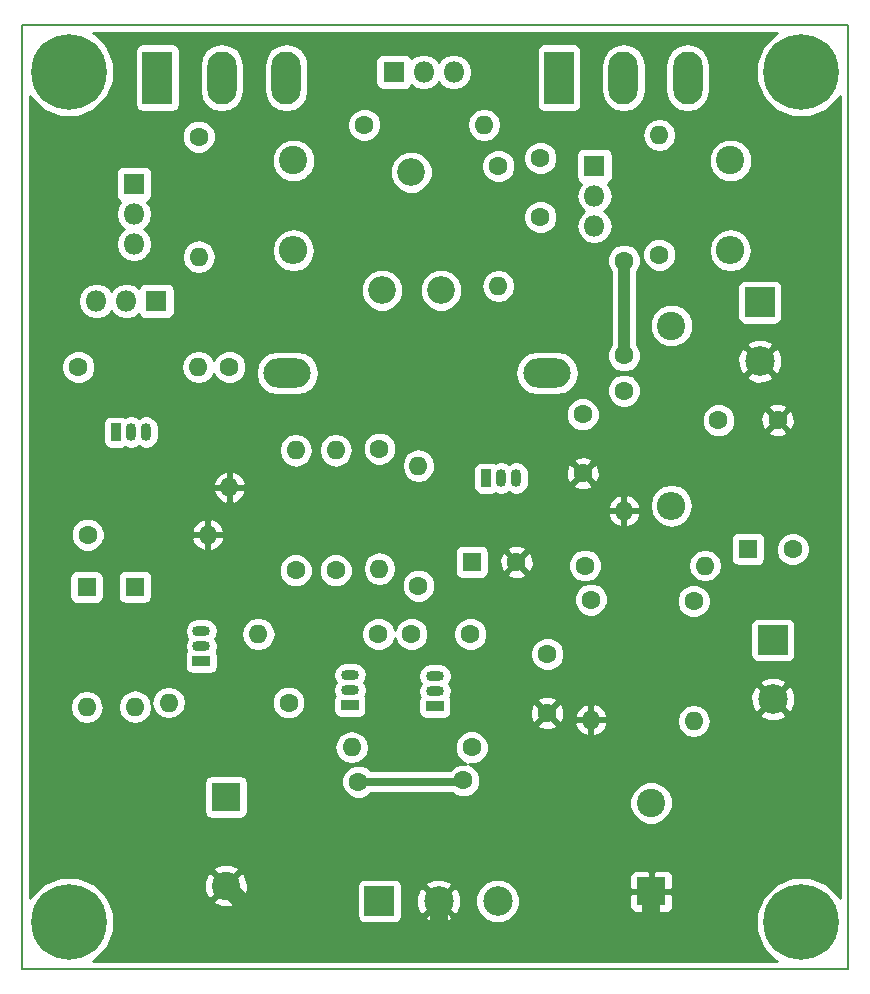
<source format=gtl>
G04 #@! TF.FileFunction,Copper,L1,Top,Signal*
%FSLAX46Y46*%
G04 Gerber Fmt 4.6, Leading zero omitted, Abs format (unit mm)*
G04 Created by KiCad (PCBNEW 4.0.7) date 04/25/20 16:53:01*
%MOMM*%
%LPD*%
G01*
G04 APERTURE LIST*
%ADD10C,0.100000*%
%ADD11C,0.150000*%
%ADD12C,2.340000*%
%ADD13C,1.600000*%
%ADD14O,1.600000X1.600000*%
%ADD15C,6.400000*%
%ADD16C,0.800000*%
%ADD17R,1.600000X1.600000*%
%ADD18R,2.400000X2.400000*%
%ADD19C,2.400000*%
%ADD20O,4.000000X2.500000*%
%ADD21R,2.500000X2.500000*%
%ADD22C,2.500000*%
%ADD23R,1.800000X1.800000*%
%ADD24O,1.800000X1.800000*%
%ADD25R,2.500000X4.500000*%
%ADD26O,2.500000X4.500000*%
%ADD27O,2.400000X2.400000*%
%ADD28O,1.500000X0.900000*%
%ADD29R,1.500000X0.900000*%
%ADD30O,0.900000X1.500000*%
%ADD31R,0.900000X1.500000*%
%ADD32C,1.500000*%
%ADD33C,1.000000*%
%ADD34C,0.700000*%
%ADD35C,0.254000*%
G04 APERTURE END LIST*
D10*
D11*
X110000000Y-50000000D02*
X110000000Y-130000000D01*
X180000000Y-50000000D02*
X110000000Y-50000000D01*
X180000000Y-130000000D02*
X180000000Y-50000000D01*
X110000000Y-130000000D02*
X180000000Y-130000000D01*
D12*
X140500000Y-72500000D03*
X143000000Y-62500000D03*
X145500000Y-72500000D03*
D13*
X114808000Y-78994000D03*
D14*
X124968000Y-78994000D03*
D15*
X176000000Y-54000000D03*
D16*
X178400000Y-54000000D03*
X177697056Y-55697056D03*
X176000000Y-56400000D03*
X174302944Y-55697056D03*
X173600000Y-54000000D03*
X174302944Y-52302944D03*
X176000000Y-51600000D03*
X177697056Y-52302944D03*
D15*
X176000000Y-126000000D03*
D16*
X178400000Y-126000000D03*
X177697056Y-127697056D03*
X176000000Y-128400000D03*
X174302944Y-127697056D03*
X173600000Y-126000000D03*
X174302944Y-124302944D03*
X176000000Y-123600000D03*
X177697056Y-124302944D03*
D15*
X114000000Y-126000000D03*
D16*
X116400000Y-126000000D03*
X115697056Y-127697056D03*
X114000000Y-128400000D03*
X112302944Y-127697056D03*
X111600000Y-126000000D03*
X112302944Y-124302944D03*
X114000000Y-123600000D03*
X115697056Y-124302944D03*
D15*
X114000000Y-54000000D03*
D16*
X116400000Y-54000000D03*
X115697056Y-55697056D03*
X114000000Y-56400000D03*
X112302944Y-55697056D03*
X111600000Y-54000000D03*
X112302944Y-52302944D03*
X114000000Y-51600000D03*
X115697056Y-52302944D03*
D17*
X171500000Y-94400000D03*
D13*
X175300000Y-94400000D03*
X154500000Y-103300000D03*
X154500000Y-108300000D03*
X148000000Y-101600000D03*
X143000000Y-101600000D03*
X157500000Y-83000000D03*
X157500000Y-88000000D03*
X153924000Y-66294000D03*
X153924000Y-61294000D03*
X169000000Y-83500000D03*
X174000000Y-83500000D03*
D17*
X148100000Y-95500000D03*
D13*
X151900000Y-95500000D03*
D18*
X127300000Y-115400000D03*
D19*
X127300000Y-122900000D03*
D18*
X163300000Y-123400000D03*
D19*
X163300000Y-115900000D03*
D17*
X115500000Y-97625000D03*
D14*
X115500000Y-107785000D03*
D17*
X119600000Y-97600000D03*
D14*
X119600000Y-107760000D03*
D20*
X132500000Y-79500000D03*
X154500000Y-79500000D03*
D21*
X173600000Y-102100000D03*
D22*
X173600000Y-107100000D03*
D21*
X172500000Y-73500000D03*
D22*
X172500000Y-78500000D03*
X150300000Y-124200000D03*
D21*
X140300000Y-124200000D03*
D22*
X145300000Y-124200000D03*
D23*
X121412000Y-73406000D03*
D24*
X118872000Y-73406000D03*
X116332000Y-73406000D03*
D23*
X141500000Y-54000000D03*
D24*
X144040000Y-54000000D03*
X146580000Y-54000000D03*
D23*
X119500000Y-63500000D03*
D24*
X119500000Y-66040000D03*
X119500000Y-68580000D03*
D23*
X158496000Y-61976000D03*
D24*
X158496000Y-64516000D03*
X158496000Y-67056000D03*
D25*
X121500000Y-54500000D03*
D26*
X126950000Y-54500000D03*
X132400000Y-54500000D03*
D25*
X155500000Y-54500000D03*
D26*
X160950000Y-54500000D03*
X166400000Y-54500000D03*
D13*
X166900000Y-98800000D03*
D14*
X166900000Y-108960000D03*
D13*
X157700000Y-95800000D03*
D14*
X167860000Y-95800000D03*
D13*
X158200000Y-98700000D03*
D14*
X158200000Y-108860000D03*
D13*
X148100000Y-111200000D03*
D14*
X137940000Y-111200000D03*
D13*
X132600000Y-107400000D03*
D14*
X122440000Y-107400000D03*
D13*
X140200000Y-101600000D03*
D14*
X130040000Y-101600000D03*
D13*
X115600000Y-93200000D03*
D14*
X125760000Y-93200000D03*
D13*
X140300000Y-85900000D03*
D14*
X140300000Y-96060000D03*
D13*
X127600000Y-79000000D03*
D14*
X127600000Y-89160000D03*
D13*
X139000000Y-58500000D03*
D14*
X149160000Y-58500000D03*
D13*
X150368000Y-61976000D03*
D14*
X150368000Y-72136000D03*
D13*
X161000000Y-81000000D03*
D14*
X161000000Y-91160000D03*
D13*
X125000000Y-59500000D03*
D14*
X125000000Y-69660000D03*
D13*
X164000000Y-69500000D03*
D14*
X164000000Y-59340000D03*
D19*
X133000000Y-61500000D03*
D27*
X133000000Y-69120000D03*
D19*
X170000000Y-61500000D03*
D27*
X170000000Y-69120000D03*
D13*
X133200000Y-96200000D03*
D14*
X133200000Y-86040000D03*
D13*
X136600000Y-96200000D03*
D14*
X136600000Y-86040000D03*
D19*
X165000000Y-75500000D03*
D27*
X165000000Y-90740000D03*
D13*
X143600000Y-97500000D03*
D14*
X143600000Y-87340000D03*
D28*
X145000000Y-106430000D03*
X145000000Y-105160000D03*
D29*
X145000000Y-107700000D03*
D28*
X125222000Y-102616000D03*
X125222000Y-101346000D03*
D29*
X125222000Y-103886000D03*
D28*
X137800000Y-106330000D03*
X137800000Y-105060000D03*
D29*
X137800000Y-107600000D03*
D30*
X150622000Y-88392000D03*
X151892000Y-88392000D03*
D31*
X149352000Y-88392000D03*
D30*
X119270000Y-84500000D03*
X120540000Y-84500000D03*
D31*
X118000000Y-84500000D03*
D13*
X161000000Y-70000000D03*
X161000000Y-78000000D03*
X138500000Y-114100000D03*
X147400000Y-114000000D03*
D32*
X145300000Y-128000000D02*
X145300000Y-124200000D01*
X127300000Y-122900000D02*
X132400000Y-128000000D01*
X163300000Y-126100000D02*
X163300000Y-123400000D01*
X161400000Y-128000000D02*
X163300000Y-126100000D01*
X132400000Y-128000000D02*
X145300000Y-128000000D01*
X145300000Y-128000000D02*
X161400000Y-128000000D01*
D33*
X161000000Y-78000000D02*
X161000000Y-70000000D01*
D34*
X147300000Y-114100000D02*
X138500000Y-114100000D01*
X147400000Y-114000000D02*
X147300000Y-114100000D01*
D35*
G36*
X173830485Y-50746950D02*
X172750741Y-51824811D01*
X172165667Y-53233825D01*
X172164336Y-54759482D01*
X172746950Y-56169515D01*
X173824811Y-57249259D01*
X175233825Y-57834333D01*
X176759482Y-57835664D01*
X178169515Y-57253050D01*
X179249259Y-56175189D01*
X179290000Y-56077074D01*
X179290000Y-123919911D01*
X179253050Y-123830485D01*
X178175189Y-122750741D01*
X176766175Y-122165667D01*
X175240518Y-122164336D01*
X173830485Y-122746950D01*
X172750741Y-123824811D01*
X172165667Y-125233825D01*
X172164336Y-126759482D01*
X172746950Y-128169515D01*
X173824811Y-129249259D01*
X173922926Y-129290000D01*
X116080089Y-129290000D01*
X116169515Y-129253050D01*
X117249259Y-128175189D01*
X117834333Y-126766175D01*
X117835664Y-125240518D01*
X117404564Y-124197175D01*
X126182430Y-124197175D01*
X126305565Y-124484788D01*
X126987734Y-124744707D01*
X127717443Y-124723786D01*
X128294435Y-124484788D01*
X128417570Y-124197175D01*
X127300000Y-123079605D01*
X126182430Y-124197175D01*
X117404564Y-124197175D01*
X117253050Y-123830485D01*
X116175189Y-122750741D01*
X115782625Y-122587734D01*
X125455293Y-122587734D01*
X125476214Y-123317443D01*
X125715212Y-123894435D01*
X126002825Y-124017570D01*
X127120395Y-122900000D01*
X127479605Y-122900000D01*
X128597175Y-124017570D01*
X128884788Y-123894435D01*
X129144707Y-123212266D01*
X129137188Y-122950000D01*
X138402560Y-122950000D01*
X138402560Y-125450000D01*
X138446838Y-125685317D01*
X138585910Y-125901441D01*
X138798110Y-126046431D01*
X139050000Y-126097440D01*
X141550000Y-126097440D01*
X141785317Y-126053162D01*
X142001441Y-125914090D01*
X142146431Y-125701890D01*
X142180567Y-125533320D01*
X144146285Y-125533320D01*
X144275533Y-125826123D01*
X144975806Y-126094388D01*
X145725435Y-126074250D01*
X146324467Y-125826123D01*
X146453715Y-125533320D01*
X145300000Y-124379605D01*
X144146285Y-125533320D01*
X142180567Y-125533320D01*
X142197440Y-125450000D01*
X142197440Y-123875806D01*
X143405612Y-123875806D01*
X143425750Y-124625435D01*
X143673877Y-125224467D01*
X143966680Y-125353715D01*
X145120395Y-124200000D01*
X145479605Y-124200000D01*
X146633320Y-125353715D01*
X146926123Y-125224467D01*
X147175574Y-124573305D01*
X148414674Y-124573305D01*
X148701043Y-125266372D01*
X149230839Y-125797093D01*
X149923405Y-126084672D01*
X150673305Y-126085326D01*
X151366372Y-125798957D01*
X151897093Y-125269161D01*
X152184672Y-124576595D01*
X152185326Y-123826695D01*
X152127089Y-123685750D01*
X161465000Y-123685750D01*
X161465000Y-124726309D01*
X161561673Y-124959698D01*
X161740301Y-125138327D01*
X161973690Y-125235000D01*
X163014250Y-125235000D01*
X163173000Y-125076250D01*
X163173000Y-123527000D01*
X163427000Y-123527000D01*
X163427000Y-125076250D01*
X163585750Y-125235000D01*
X164626310Y-125235000D01*
X164859699Y-125138327D01*
X165038327Y-124959698D01*
X165135000Y-124726309D01*
X165135000Y-123685750D01*
X164976250Y-123527000D01*
X163427000Y-123527000D01*
X163173000Y-123527000D01*
X161623750Y-123527000D01*
X161465000Y-123685750D01*
X152127089Y-123685750D01*
X151898957Y-123133628D01*
X151369161Y-122602907D01*
X150676595Y-122315328D01*
X149926695Y-122314674D01*
X149233628Y-122601043D01*
X148702907Y-123130839D01*
X148415328Y-123823405D01*
X148414674Y-124573305D01*
X147175574Y-124573305D01*
X147194388Y-124524194D01*
X147174250Y-123774565D01*
X146926123Y-123175533D01*
X146633320Y-123046285D01*
X145479605Y-124200000D01*
X145120395Y-124200000D01*
X143966680Y-123046285D01*
X143673877Y-123175533D01*
X143405612Y-123875806D01*
X142197440Y-123875806D01*
X142197440Y-122950000D01*
X142181763Y-122866680D01*
X144146285Y-122866680D01*
X145300000Y-124020395D01*
X146453715Y-122866680D01*
X146324467Y-122573877D01*
X145624194Y-122305612D01*
X144874565Y-122325750D01*
X144275533Y-122573877D01*
X144146285Y-122866680D01*
X142181763Y-122866680D01*
X142153162Y-122714683D01*
X142014090Y-122498559D01*
X141801890Y-122353569D01*
X141550000Y-122302560D01*
X139050000Y-122302560D01*
X138814683Y-122346838D01*
X138598559Y-122485910D01*
X138453569Y-122698110D01*
X138402560Y-122950000D01*
X129137188Y-122950000D01*
X129123786Y-122482557D01*
X128954429Y-122073691D01*
X161465000Y-122073691D01*
X161465000Y-123114250D01*
X161623750Y-123273000D01*
X163173000Y-123273000D01*
X163173000Y-121723750D01*
X163427000Y-121723750D01*
X163427000Y-123273000D01*
X164976250Y-123273000D01*
X165135000Y-123114250D01*
X165135000Y-122073691D01*
X165038327Y-121840302D01*
X164859699Y-121661673D01*
X164626310Y-121565000D01*
X163585750Y-121565000D01*
X163427000Y-121723750D01*
X163173000Y-121723750D01*
X163014250Y-121565000D01*
X161973690Y-121565000D01*
X161740301Y-121661673D01*
X161561673Y-121840302D01*
X161465000Y-122073691D01*
X128954429Y-122073691D01*
X128884788Y-121905565D01*
X128597175Y-121782430D01*
X127479605Y-122900000D01*
X127120395Y-122900000D01*
X126002825Y-121782430D01*
X125715212Y-121905565D01*
X125455293Y-122587734D01*
X115782625Y-122587734D01*
X114766175Y-122165667D01*
X113240518Y-122164336D01*
X111830485Y-122746950D01*
X110750741Y-123824811D01*
X110710000Y-123922926D01*
X110710000Y-121602825D01*
X126182430Y-121602825D01*
X127300000Y-122720395D01*
X128417570Y-121602825D01*
X128294435Y-121315212D01*
X127612266Y-121055293D01*
X126882557Y-121076214D01*
X126305565Y-121315212D01*
X126182430Y-121602825D01*
X110710000Y-121602825D01*
X110710000Y-114200000D01*
X125452560Y-114200000D01*
X125452560Y-116600000D01*
X125496838Y-116835317D01*
X125635910Y-117051441D01*
X125848110Y-117196431D01*
X126100000Y-117247440D01*
X128500000Y-117247440D01*
X128735317Y-117203162D01*
X128951441Y-117064090D01*
X129096431Y-116851890D01*
X129147440Y-116600000D01*
X129147440Y-116263403D01*
X161464682Y-116263403D01*
X161743455Y-116938086D01*
X162259199Y-117454730D01*
X162933395Y-117734681D01*
X163663403Y-117735318D01*
X164338086Y-117456545D01*
X164854730Y-116940801D01*
X165134681Y-116266605D01*
X165135318Y-115536597D01*
X164856545Y-114861914D01*
X164340801Y-114345270D01*
X163666605Y-114065319D01*
X162936597Y-114064682D01*
X162261914Y-114343455D01*
X161745270Y-114859199D01*
X161465319Y-115533395D01*
X161464682Y-116263403D01*
X129147440Y-116263403D01*
X129147440Y-114384187D01*
X137064752Y-114384187D01*
X137282757Y-114911800D01*
X137686077Y-115315824D01*
X138213309Y-115534750D01*
X138784187Y-115535248D01*
X139311800Y-115317243D01*
X139544448Y-115085000D01*
X146455481Y-115085000D01*
X146586077Y-115215824D01*
X147113309Y-115434750D01*
X147684187Y-115435248D01*
X148211800Y-115217243D01*
X148615824Y-114813923D01*
X148834750Y-114286691D01*
X148835248Y-113715813D01*
X148617243Y-113188200D01*
X148213923Y-112784176D01*
X147854151Y-112634786D01*
X148384187Y-112635248D01*
X148911800Y-112417243D01*
X149315824Y-112013923D01*
X149534750Y-111486691D01*
X149535248Y-110915813D01*
X149317243Y-110388200D01*
X148913923Y-109984176D01*
X148386691Y-109765250D01*
X147815813Y-109764752D01*
X147288200Y-109982757D01*
X146884176Y-110386077D01*
X146665250Y-110913309D01*
X146664752Y-111484187D01*
X146882757Y-112011800D01*
X147286077Y-112415824D01*
X147645849Y-112565214D01*
X147115813Y-112564752D01*
X146588200Y-112782757D01*
X146255377Y-113115000D01*
X139544345Y-113115000D01*
X139313923Y-112884176D01*
X138786691Y-112665250D01*
X138215813Y-112664752D01*
X137688200Y-112882757D01*
X137284176Y-113286077D01*
X137065250Y-113813309D01*
X137064752Y-114384187D01*
X129147440Y-114384187D01*
X129147440Y-114200000D01*
X129103162Y-113964683D01*
X128964090Y-113748559D01*
X128751890Y-113603569D01*
X128500000Y-113552560D01*
X126100000Y-113552560D01*
X125864683Y-113596838D01*
X125648559Y-113735910D01*
X125503569Y-113948110D01*
X125452560Y-114200000D01*
X110710000Y-114200000D01*
X110710000Y-111200000D01*
X136476887Y-111200000D01*
X136586120Y-111749151D01*
X136897189Y-112214698D01*
X137362736Y-112525767D01*
X137911887Y-112635000D01*
X137968113Y-112635000D01*
X138517264Y-112525767D01*
X138982811Y-112214698D01*
X139293880Y-111749151D01*
X139403113Y-111200000D01*
X139293880Y-110650849D01*
X138982811Y-110185302D01*
X138517264Y-109874233D01*
X137968113Y-109765000D01*
X137911887Y-109765000D01*
X137362736Y-109874233D01*
X136897189Y-110185302D01*
X136586120Y-110650849D01*
X136476887Y-111200000D01*
X110710000Y-111200000D01*
X110710000Y-109307745D01*
X153671861Y-109307745D01*
X153745995Y-109553864D01*
X154283223Y-109746965D01*
X154853454Y-109719778D01*
X155254005Y-109553864D01*
X155328139Y-109307745D01*
X155229436Y-109209041D01*
X156808086Y-109209041D01*
X157047611Y-109715134D01*
X157462577Y-110091041D01*
X157850961Y-110251904D01*
X158073000Y-110129915D01*
X158073000Y-108987000D01*
X158327000Y-108987000D01*
X158327000Y-110129915D01*
X158549039Y-110251904D01*
X158937423Y-110091041D01*
X159352389Y-109715134D01*
X159591914Y-109209041D01*
X159470629Y-108987000D01*
X158327000Y-108987000D01*
X158073000Y-108987000D01*
X156929371Y-108987000D01*
X156808086Y-109209041D01*
X155229436Y-109209041D01*
X154500000Y-108479605D01*
X153671861Y-109307745D01*
X110710000Y-109307745D01*
X110710000Y-107756887D01*
X114065000Y-107756887D01*
X114065000Y-107813113D01*
X114174233Y-108362264D01*
X114485302Y-108827811D01*
X114950849Y-109138880D01*
X115500000Y-109248113D01*
X116049151Y-109138880D01*
X116514698Y-108827811D01*
X116825767Y-108362264D01*
X116935000Y-107813113D01*
X116935000Y-107756887D01*
X116930028Y-107731887D01*
X118165000Y-107731887D01*
X118165000Y-107788113D01*
X118274233Y-108337264D01*
X118585302Y-108802811D01*
X119050849Y-109113880D01*
X119600000Y-109223113D01*
X120149151Y-109113880D01*
X120614698Y-108802811D01*
X120925767Y-108337264D01*
X121035000Y-107788113D01*
X121035000Y-107731887D01*
X120968984Y-107400000D01*
X120976887Y-107400000D01*
X121086120Y-107949151D01*
X121397189Y-108414698D01*
X121862736Y-108725767D01*
X122411887Y-108835000D01*
X122468113Y-108835000D01*
X123017264Y-108725767D01*
X123482811Y-108414698D01*
X123793880Y-107949151D01*
X123846584Y-107684187D01*
X131164752Y-107684187D01*
X131382757Y-108211800D01*
X131786077Y-108615824D01*
X132313309Y-108834750D01*
X132884187Y-108835248D01*
X133411800Y-108617243D01*
X133815824Y-108213923D01*
X134034750Y-107686691D01*
X134035248Y-107115813D01*
X133817243Y-106588200D01*
X133413923Y-106184176D01*
X132886691Y-105965250D01*
X132315813Y-105964752D01*
X131788200Y-106182757D01*
X131384176Y-106586077D01*
X131165250Y-107113309D01*
X131164752Y-107684187D01*
X123846584Y-107684187D01*
X123903113Y-107400000D01*
X123793880Y-106850849D01*
X123482811Y-106385302D01*
X123017264Y-106074233D01*
X122468113Y-105965000D01*
X122411887Y-105965000D01*
X121862736Y-106074233D01*
X121397189Y-106385302D01*
X121086120Y-106850849D01*
X120976887Y-107400000D01*
X120968984Y-107400000D01*
X120925767Y-107182736D01*
X120614698Y-106717189D01*
X120149151Y-106406120D01*
X119600000Y-106296887D01*
X119050849Y-106406120D01*
X118585302Y-106717189D01*
X118274233Y-107182736D01*
X118165000Y-107731887D01*
X116930028Y-107731887D01*
X116825767Y-107207736D01*
X116514698Y-106742189D01*
X116049151Y-106431120D01*
X115500000Y-106321887D01*
X114950849Y-106431120D01*
X114485302Y-106742189D01*
X114174233Y-107207736D01*
X114065000Y-107756887D01*
X110710000Y-107756887D01*
X110710000Y-105060000D01*
X136387866Y-105060000D01*
X136470457Y-105475212D01*
X136617315Y-105695000D01*
X136470457Y-105914788D01*
X136387866Y-106330000D01*
X136470457Y-106745212D01*
X136513759Y-106810019D01*
X136453569Y-106898110D01*
X136402560Y-107150000D01*
X136402560Y-108050000D01*
X136446838Y-108285317D01*
X136585910Y-108501441D01*
X136798110Y-108646431D01*
X137050000Y-108697440D01*
X138550000Y-108697440D01*
X138785317Y-108653162D01*
X139001441Y-108514090D01*
X139146431Y-108301890D01*
X139197440Y-108050000D01*
X139197440Y-107150000D01*
X139153162Y-106914683D01*
X139086022Y-106810345D01*
X139129543Y-106745212D01*
X139212134Y-106330000D01*
X139129543Y-105914788D01*
X138982685Y-105695000D01*
X139129543Y-105475212D01*
X139192242Y-105160000D01*
X143587866Y-105160000D01*
X143670457Y-105575212D01*
X143817315Y-105795000D01*
X143670457Y-106014788D01*
X143587866Y-106430000D01*
X143670457Y-106845212D01*
X143713759Y-106910019D01*
X143653569Y-106998110D01*
X143602560Y-107250000D01*
X143602560Y-108150000D01*
X143646838Y-108385317D01*
X143785910Y-108601441D01*
X143998110Y-108746431D01*
X144250000Y-108797440D01*
X145750000Y-108797440D01*
X145985317Y-108753162D01*
X146201441Y-108614090D01*
X146346431Y-108401890D01*
X146397440Y-108150000D01*
X146397440Y-108083223D01*
X153053035Y-108083223D01*
X153080222Y-108653454D01*
X153246136Y-109054005D01*
X153492255Y-109128139D01*
X154320395Y-108300000D01*
X154679605Y-108300000D01*
X155507745Y-109128139D01*
X155753864Y-109054005D01*
X155797758Y-108931887D01*
X165465000Y-108931887D01*
X165465000Y-108988113D01*
X165574233Y-109537264D01*
X165885302Y-110002811D01*
X166350849Y-110313880D01*
X166900000Y-110423113D01*
X167449151Y-110313880D01*
X167914698Y-110002811D01*
X168225767Y-109537264D01*
X168335000Y-108988113D01*
X168335000Y-108931887D01*
X168235829Y-108433320D01*
X172446285Y-108433320D01*
X172575533Y-108726123D01*
X173275806Y-108994388D01*
X174025435Y-108974250D01*
X174624467Y-108726123D01*
X174753715Y-108433320D01*
X173600000Y-107279605D01*
X172446285Y-108433320D01*
X168235829Y-108433320D01*
X168225767Y-108382736D01*
X167914698Y-107917189D01*
X167449151Y-107606120D01*
X166900000Y-107496887D01*
X166350849Y-107606120D01*
X165885302Y-107917189D01*
X165574233Y-108382736D01*
X165465000Y-108931887D01*
X155797758Y-108931887D01*
X155946965Y-108516777D01*
X155946688Y-108510959D01*
X156808086Y-108510959D01*
X156929371Y-108733000D01*
X158073000Y-108733000D01*
X158073000Y-107590085D01*
X158327000Y-107590085D01*
X158327000Y-108733000D01*
X159470629Y-108733000D01*
X159591914Y-108510959D01*
X159352389Y-108004866D01*
X158937423Y-107628959D01*
X158549039Y-107468096D01*
X158327000Y-107590085D01*
X158073000Y-107590085D01*
X157850961Y-107468096D01*
X157462577Y-107628959D01*
X157047611Y-108004866D01*
X156808086Y-108510959D01*
X155946688Y-108510959D01*
X155919778Y-107946546D01*
X155753864Y-107545995D01*
X155507745Y-107471861D01*
X154679605Y-108300000D01*
X154320395Y-108300000D01*
X153492255Y-107471861D01*
X153246136Y-107545995D01*
X153053035Y-108083223D01*
X146397440Y-108083223D01*
X146397440Y-107292255D01*
X153671861Y-107292255D01*
X154500000Y-108120395D01*
X155328139Y-107292255D01*
X155254005Y-107046136D01*
X154716777Y-106853035D01*
X154146546Y-106880222D01*
X153745995Y-107046136D01*
X153671861Y-107292255D01*
X146397440Y-107292255D01*
X146397440Y-107250000D01*
X146353162Y-107014683D01*
X146286022Y-106910345D01*
X146329543Y-106845212D01*
X146343348Y-106775806D01*
X171705612Y-106775806D01*
X171725750Y-107525435D01*
X171973877Y-108124467D01*
X172266680Y-108253715D01*
X173420395Y-107100000D01*
X173779605Y-107100000D01*
X174933320Y-108253715D01*
X175226123Y-108124467D01*
X175494388Y-107424194D01*
X175474250Y-106674565D01*
X175226123Y-106075533D01*
X174933320Y-105946285D01*
X173779605Y-107100000D01*
X173420395Y-107100000D01*
X172266680Y-105946285D01*
X171973877Y-106075533D01*
X171705612Y-106775806D01*
X146343348Y-106775806D01*
X146412134Y-106430000D01*
X146329543Y-106014788D01*
X146182685Y-105795000D01*
X146201607Y-105766680D01*
X172446285Y-105766680D01*
X173600000Y-106920395D01*
X174753715Y-105766680D01*
X174624467Y-105473877D01*
X173924194Y-105205612D01*
X173174565Y-105225750D01*
X172575533Y-105473877D01*
X172446285Y-105766680D01*
X146201607Y-105766680D01*
X146329543Y-105575212D01*
X146412134Y-105160000D01*
X146329543Y-104744788D01*
X146094345Y-104392789D01*
X145742346Y-104157591D01*
X145327134Y-104075000D01*
X144672866Y-104075000D01*
X144257654Y-104157591D01*
X143905655Y-104392789D01*
X143670457Y-104744788D01*
X143587866Y-105160000D01*
X139192242Y-105160000D01*
X139212134Y-105060000D01*
X139129543Y-104644788D01*
X138894345Y-104292789D01*
X138542346Y-104057591D01*
X138127134Y-103975000D01*
X137472866Y-103975000D01*
X137057654Y-104057591D01*
X136705655Y-104292789D01*
X136470457Y-104644788D01*
X136387866Y-105060000D01*
X110710000Y-105060000D01*
X110710000Y-101346000D01*
X123809866Y-101346000D01*
X123892457Y-101761212D01*
X124039315Y-101981000D01*
X123892457Y-102200788D01*
X123809866Y-102616000D01*
X123892457Y-103031212D01*
X123935759Y-103096019D01*
X123875569Y-103184110D01*
X123824560Y-103436000D01*
X123824560Y-104336000D01*
X123868838Y-104571317D01*
X124007910Y-104787441D01*
X124220110Y-104932431D01*
X124472000Y-104983440D01*
X125972000Y-104983440D01*
X126207317Y-104939162D01*
X126423441Y-104800090D01*
X126568431Y-104587890D01*
X126619440Y-104336000D01*
X126619440Y-103584187D01*
X153064752Y-103584187D01*
X153282757Y-104111800D01*
X153686077Y-104515824D01*
X154213309Y-104734750D01*
X154784187Y-104735248D01*
X155311800Y-104517243D01*
X155715824Y-104113923D01*
X155934750Y-103586691D01*
X155935248Y-103015813D01*
X155717243Y-102488200D01*
X155313923Y-102084176D01*
X154786691Y-101865250D01*
X154215813Y-101864752D01*
X153688200Y-102082757D01*
X153284176Y-102486077D01*
X153065250Y-103013309D01*
X153064752Y-103584187D01*
X126619440Y-103584187D01*
X126619440Y-103436000D01*
X126575162Y-103200683D01*
X126508022Y-103096345D01*
X126551543Y-103031212D01*
X126634134Y-102616000D01*
X126551543Y-102200788D01*
X126404685Y-101981000D01*
X126551543Y-101761212D01*
X126583610Y-101600000D01*
X128576887Y-101600000D01*
X128686120Y-102149151D01*
X128997189Y-102614698D01*
X129462736Y-102925767D01*
X130011887Y-103035000D01*
X130068113Y-103035000D01*
X130617264Y-102925767D01*
X131082811Y-102614698D01*
X131393880Y-102149151D01*
X131446584Y-101884187D01*
X138764752Y-101884187D01*
X138982757Y-102411800D01*
X139386077Y-102815824D01*
X139913309Y-103034750D01*
X140484187Y-103035248D01*
X141011800Y-102817243D01*
X141415824Y-102413923D01*
X141600183Y-101969937D01*
X141782757Y-102411800D01*
X142186077Y-102815824D01*
X142713309Y-103034750D01*
X143284187Y-103035248D01*
X143811800Y-102817243D01*
X144215824Y-102413923D01*
X144434750Y-101886691D01*
X144434752Y-101884187D01*
X146564752Y-101884187D01*
X146782757Y-102411800D01*
X147186077Y-102815824D01*
X147713309Y-103034750D01*
X148284187Y-103035248D01*
X148811800Y-102817243D01*
X149215824Y-102413923D01*
X149434750Y-101886691D01*
X149435248Y-101315813D01*
X149242779Y-100850000D01*
X171702560Y-100850000D01*
X171702560Y-103350000D01*
X171746838Y-103585317D01*
X171885910Y-103801441D01*
X172098110Y-103946431D01*
X172350000Y-103997440D01*
X174850000Y-103997440D01*
X175085317Y-103953162D01*
X175301441Y-103814090D01*
X175446431Y-103601890D01*
X175497440Y-103350000D01*
X175497440Y-100850000D01*
X175453162Y-100614683D01*
X175314090Y-100398559D01*
X175101890Y-100253569D01*
X174850000Y-100202560D01*
X172350000Y-100202560D01*
X172114683Y-100246838D01*
X171898559Y-100385910D01*
X171753569Y-100598110D01*
X171702560Y-100850000D01*
X149242779Y-100850000D01*
X149217243Y-100788200D01*
X148813923Y-100384176D01*
X148286691Y-100165250D01*
X147715813Y-100164752D01*
X147188200Y-100382757D01*
X146784176Y-100786077D01*
X146565250Y-101313309D01*
X146564752Y-101884187D01*
X144434752Y-101884187D01*
X144435248Y-101315813D01*
X144217243Y-100788200D01*
X143813923Y-100384176D01*
X143286691Y-100165250D01*
X142715813Y-100164752D01*
X142188200Y-100382757D01*
X141784176Y-100786077D01*
X141599817Y-101230063D01*
X141417243Y-100788200D01*
X141013923Y-100384176D01*
X140486691Y-100165250D01*
X139915813Y-100164752D01*
X139388200Y-100382757D01*
X138984176Y-100786077D01*
X138765250Y-101313309D01*
X138764752Y-101884187D01*
X131446584Y-101884187D01*
X131503113Y-101600000D01*
X131393880Y-101050849D01*
X131082811Y-100585302D01*
X130617264Y-100274233D01*
X130068113Y-100165000D01*
X130011887Y-100165000D01*
X129462736Y-100274233D01*
X128997189Y-100585302D01*
X128686120Y-101050849D01*
X128576887Y-101600000D01*
X126583610Y-101600000D01*
X126634134Y-101346000D01*
X126551543Y-100930788D01*
X126316345Y-100578789D01*
X125964346Y-100343591D01*
X125549134Y-100261000D01*
X124894866Y-100261000D01*
X124479654Y-100343591D01*
X124127655Y-100578789D01*
X123892457Y-100930788D01*
X123809866Y-101346000D01*
X110710000Y-101346000D01*
X110710000Y-96825000D01*
X114052560Y-96825000D01*
X114052560Y-98425000D01*
X114096838Y-98660317D01*
X114235910Y-98876441D01*
X114448110Y-99021431D01*
X114700000Y-99072440D01*
X116300000Y-99072440D01*
X116535317Y-99028162D01*
X116751441Y-98889090D01*
X116896431Y-98676890D01*
X116947440Y-98425000D01*
X116947440Y-96825000D01*
X116942736Y-96800000D01*
X118152560Y-96800000D01*
X118152560Y-98400000D01*
X118196838Y-98635317D01*
X118335910Y-98851441D01*
X118548110Y-98996431D01*
X118800000Y-99047440D01*
X120400000Y-99047440D01*
X120635317Y-99003162D01*
X120664804Y-98984187D01*
X156764752Y-98984187D01*
X156982757Y-99511800D01*
X157386077Y-99915824D01*
X157913309Y-100134750D01*
X158484187Y-100135248D01*
X159011800Y-99917243D01*
X159415824Y-99513923D01*
X159594266Y-99084187D01*
X165464752Y-99084187D01*
X165682757Y-99611800D01*
X166086077Y-100015824D01*
X166613309Y-100234750D01*
X167184187Y-100235248D01*
X167711800Y-100017243D01*
X168115824Y-99613923D01*
X168334750Y-99086691D01*
X168335248Y-98515813D01*
X168117243Y-97988200D01*
X167713923Y-97584176D01*
X167186691Y-97365250D01*
X166615813Y-97364752D01*
X166088200Y-97582757D01*
X165684176Y-97986077D01*
X165465250Y-98513309D01*
X165464752Y-99084187D01*
X159594266Y-99084187D01*
X159634750Y-98986691D01*
X159635248Y-98415813D01*
X159417243Y-97888200D01*
X159013923Y-97484176D01*
X158486691Y-97265250D01*
X157915813Y-97264752D01*
X157388200Y-97482757D01*
X156984176Y-97886077D01*
X156765250Y-98413309D01*
X156764752Y-98984187D01*
X120664804Y-98984187D01*
X120851441Y-98864090D01*
X120996431Y-98651890D01*
X121047440Y-98400000D01*
X121047440Y-97784187D01*
X142164752Y-97784187D01*
X142382757Y-98311800D01*
X142786077Y-98715824D01*
X143313309Y-98934750D01*
X143884187Y-98935248D01*
X144411800Y-98717243D01*
X144815824Y-98313923D01*
X145034750Y-97786691D01*
X145035248Y-97215813D01*
X144817243Y-96688200D01*
X144413923Y-96284176D01*
X143886691Y-96065250D01*
X143315813Y-96064752D01*
X142788200Y-96282757D01*
X142384176Y-96686077D01*
X142165250Y-97213309D01*
X142164752Y-97784187D01*
X121047440Y-97784187D01*
X121047440Y-96800000D01*
X121003162Y-96564683D01*
X120951365Y-96484187D01*
X131764752Y-96484187D01*
X131982757Y-97011800D01*
X132386077Y-97415824D01*
X132913309Y-97634750D01*
X133484187Y-97635248D01*
X134011800Y-97417243D01*
X134415824Y-97013923D01*
X134634750Y-96486691D01*
X134634752Y-96484187D01*
X135164752Y-96484187D01*
X135382757Y-97011800D01*
X135786077Y-97415824D01*
X136313309Y-97634750D01*
X136884187Y-97635248D01*
X137411800Y-97417243D01*
X137815824Y-97013923D01*
X138034750Y-96486691D01*
X138035146Y-96031887D01*
X138865000Y-96031887D01*
X138865000Y-96088113D01*
X138974233Y-96637264D01*
X139285302Y-97102811D01*
X139750849Y-97413880D01*
X140300000Y-97523113D01*
X140849151Y-97413880D01*
X141314698Y-97102811D01*
X141625767Y-96637264D01*
X141735000Y-96088113D01*
X141735000Y-96031887D01*
X141625767Y-95482736D01*
X141314698Y-95017189D01*
X140849151Y-94706120D01*
X140818384Y-94700000D01*
X146652560Y-94700000D01*
X146652560Y-96300000D01*
X146696838Y-96535317D01*
X146835910Y-96751441D01*
X147048110Y-96896431D01*
X147300000Y-96947440D01*
X148900000Y-96947440D01*
X149135317Y-96903162D01*
X149351441Y-96764090D01*
X149496431Y-96551890D01*
X149505370Y-96507745D01*
X151071861Y-96507745D01*
X151145995Y-96753864D01*
X151683223Y-96946965D01*
X152253454Y-96919778D01*
X152654005Y-96753864D01*
X152728139Y-96507745D01*
X151900000Y-95679605D01*
X151071861Y-96507745D01*
X149505370Y-96507745D01*
X149547440Y-96300000D01*
X149547440Y-95283223D01*
X150453035Y-95283223D01*
X150480222Y-95853454D01*
X150646136Y-96254005D01*
X150892255Y-96328139D01*
X151720395Y-95500000D01*
X152079605Y-95500000D01*
X152907745Y-96328139D01*
X153153864Y-96254005D01*
X153214903Y-96084187D01*
X156264752Y-96084187D01*
X156482757Y-96611800D01*
X156886077Y-97015824D01*
X157413309Y-97234750D01*
X157984187Y-97235248D01*
X158511800Y-97017243D01*
X158915824Y-96613923D01*
X159134750Y-96086691D01*
X159135000Y-95800000D01*
X166396887Y-95800000D01*
X166506120Y-96349151D01*
X166817189Y-96814698D01*
X167282736Y-97125767D01*
X167831887Y-97235000D01*
X167888113Y-97235000D01*
X168437264Y-97125767D01*
X168902811Y-96814698D01*
X169213880Y-96349151D01*
X169323113Y-95800000D01*
X169213880Y-95250849D01*
X168902811Y-94785302D01*
X168437264Y-94474233D01*
X167888113Y-94365000D01*
X167831887Y-94365000D01*
X167282736Y-94474233D01*
X166817189Y-94785302D01*
X166506120Y-95250849D01*
X166396887Y-95800000D01*
X159135000Y-95800000D01*
X159135248Y-95515813D01*
X158917243Y-94988200D01*
X158513923Y-94584176D01*
X157986691Y-94365250D01*
X157415813Y-94364752D01*
X156888200Y-94582757D01*
X156484176Y-94986077D01*
X156265250Y-95513309D01*
X156264752Y-96084187D01*
X153214903Y-96084187D01*
X153346965Y-95716777D01*
X153319778Y-95146546D01*
X153153864Y-94745995D01*
X152907745Y-94671861D01*
X152079605Y-95500000D01*
X151720395Y-95500000D01*
X150892255Y-94671861D01*
X150646136Y-94745995D01*
X150453035Y-95283223D01*
X149547440Y-95283223D01*
X149547440Y-94700000D01*
X149508351Y-94492255D01*
X151071861Y-94492255D01*
X151900000Y-95320395D01*
X152728139Y-94492255D01*
X152654005Y-94246136D01*
X152116777Y-94053035D01*
X151546546Y-94080222D01*
X151145995Y-94246136D01*
X151071861Y-94492255D01*
X149508351Y-94492255D01*
X149503162Y-94464683D01*
X149364090Y-94248559D01*
X149151890Y-94103569D01*
X148900000Y-94052560D01*
X147300000Y-94052560D01*
X147064683Y-94096838D01*
X146848559Y-94235910D01*
X146703569Y-94448110D01*
X146652560Y-94700000D01*
X140818384Y-94700000D01*
X140300000Y-94596887D01*
X139750849Y-94706120D01*
X139285302Y-95017189D01*
X138974233Y-95482736D01*
X138865000Y-96031887D01*
X138035146Y-96031887D01*
X138035248Y-95915813D01*
X137817243Y-95388200D01*
X137413923Y-94984176D01*
X136886691Y-94765250D01*
X136315813Y-94764752D01*
X135788200Y-94982757D01*
X135384176Y-95386077D01*
X135165250Y-95913309D01*
X135164752Y-96484187D01*
X134634752Y-96484187D01*
X134635248Y-95915813D01*
X134417243Y-95388200D01*
X134013923Y-94984176D01*
X133486691Y-94765250D01*
X132915813Y-94764752D01*
X132388200Y-94982757D01*
X131984176Y-95386077D01*
X131765250Y-95913309D01*
X131764752Y-96484187D01*
X120951365Y-96484187D01*
X120864090Y-96348559D01*
X120651890Y-96203569D01*
X120400000Y-96152560D01*
X118800000Y-96152560D01*
X118564683Y-96196838D01*
X118348559Y-96335910D01*
X118203569Y-96548110D01*
X118152560Y-96800000D01*
X116942736Y-96800000D01*
X116903162Y-96589683D01*
X116764090Y-96373559D01*
X116551890Y-96228569D01*
X116300000Y-96177560D01*
X114700000Y-96177560D01*
X114464683Y-96221838D01*
X114248559Y-96360910D01*
X114103569Y-96573110D01*
X114052560Y-96825000D01*
X110710000Y-96825000D01*
X110710000Y-93484187D01*
X114164752Y-93484187D01*
X114382757Y-94011800D01*
X114786077Y-94415824D01*
X115313309Y-94634750D01*
X115884187Y-94635248D01*
X116411800Y-94417243D01*
X116815824Y-94013923D01*
X117008860Y-93549039D01*
X124368096Y-93549039D01*
X124528959Y-93937423D01*
X124904866Y-94352389D01*
X125410959Y-94591914D01*
X125633000Y-94470629D01*
X125633000Y-93327000D01*
X125887000Y-93327000D01*
X125887000Y-94470629D01*
X126109041Y-94591914D01*
X126615134Y-94352389D01*
X126991041Y-93937423D01*
X127130796Y-93600000D01*
X170052560Y-93600000D01*
X170052560Y-95200000D01*
X170096838Y-95435317D01*
X170235910Y-95651441D01*
X170448110Y-95796431D01*
X170700000Y-95847440D01*
X172300000Y-95847440D01*
X172535317Y-95803162D01*
X172751441Y-95664090D01*
X172896431Y-95451890D01*
X172947440Y-95200000D01*
X172947440Y-94684187D01*
X173864752Y-94684187D01*
X174082757Y-95211800D01*
X174486077Y-95615824D01*
X175013309Y-95834750D01*
X175584187Y-95835248D01*
X176111800Y-95617243D01*
X176515824Y-95213923D01*
X176734750Y-94686691D01*
X176735248Y-94115813D01*
X176517243Y-93588200D01*
X176113923Y-93184176D01*
X175586691Y-92965250D01*
X175015813Y-92964752D01*
X174488200Y-93182757D01*
X174084176Y-93586077D01*
X173865250Y-94113309D01*
X173864752Y-94684187D01*
X172947440Y-94684187D01*
X172947440Y-93600000D01*
X172903162Y-93364683D01*
X172764090Y-93148559D01*
X172551890Y-93003569D01*
X172300000Y-92952560D01*
X170700000Y-92952560D01*
X170464683Y-92996838D01*
X170248559Y-93135910D01*
X170103569Y-93348110D01*
X170052560Y-93600000D01*
X127130796Y-93600000D01*
X127151904Y-93549039D01*
X127029915Y-93327000D01*
X125887000Y-93327000D01*
X125633000Y-93327000D01*
X124490085Y-93327000D01*
X124368096Y-93549039D01*
X117008860Y-93549039D01*
X117034750Y-93486691D01*
X117035248Y-92915813D01*
X117008452Y-92850961D01*
X124368096Y-92850961D01*
X124490085Y-93073000D01*
X125633000Y-93073000D01*
X125633000Y-91929371D01*
X125887000Y-91929371D01*
X125887000Y-93073000D01*
X127029915Y-93073000D01*
X127151904Y-92850961D01*
X126991041Y-92462577D01*
X126615134Y-92047611D01*
X126109041Y-91808086D01*
X125887000Y-91929371D01*
X125633000Y-91929371D01*
X125410959Y-91808086D01*
X124904866Y-92047611D01*
X124528959Y-92462577D01*
X124368096Y-92850961D01*
X117008452Y-92850961D01*
X116817243Y-92388200D01*
X116413923Y-91984176D01*
X115886691Y-91765250D01*
X115315813Y-91764752D01*
X114788200Y-91982757D01*
X114384176Y-92386077D01*
X114165250Y-92913309D01*
X114164752Y-93484187D01*
X110710000Y-93484187D01*
X110710000Y-91509041D01*
X159608086Y-91509041D01*
X159847611Y-92015134D01*
X160262577Y-92391041D01*
X160650961Y-92551904D01*
X160873000Y-92429915D01*
X160873000Y-91287000D01*
X161127000Y-91287000D01*
X161127000Y-92429915D01*
X161349039Y-92551904D01*
X161737423Y-92391041D01*
X162152389Y-92015134D01*
X162391914Y-91509041D01*
X162270629Y-91287000D01*
X161127000Y-91287000D01*
X160873000Y-91287000D01*
X159729371Y-91287000D01*
X159608086Y-91509041D01*
X110710000Y-91509041D01*
X110710000Y-90810959D01*
X159608086Y-90810959D01*
X159729371Y-91033000D01*
X160873000Y-91033000D01*
X160873000Y-89890085D01*
X161127000Y-89890085D01*
X161127000Y-91033000D01*
X162270629Y-91033000D01*
X162391914Y-90810959D01*
X162341316Y-90704050D01*
X163165000Y-90704050D01*
X163165000Y-90775950D01*
X163304681Y-91478174D01*
X163702459Y-92073491D01*
X164297776Y-92471269D01*
X165000000Y-92610950D01*
X165702224Y-92471269D01*
X166297541Y-92073491D01*
X166695319Y-91478174D01*
X166835000Y-90775950D01*
X166835000Y-90704050D01*
X166695319Y-90001826D01*
X166297541Y-89406509D01*
X165702224Y-89008731D01*
X165000000Y-88869050D01*
X164297776Y-89008731D01*
X163702459Y-89406509D01*
X163304681Y-90001826D01*
X163165000Y-90704050D01*
X162341316Y-90704050D01*
X162152389Y-90304866D01*
X161737423Y-89928959D01*
X161349039Y-89768096D01*
X161127000Y-89890085D01*
X160873000Y-89890085D01*
X160650961Y-89768096D01*
X160262577Y-89928959D01*
X159847611Y-90304866D01*
X159608086Y-90810959D01*
X110710000Y-90810959D01*
X110710000Y-89509041D01*
X126208086Y-89509041D01*
X126447611Y-90015134D01*
X126862577Y-90391041D01*
X127250961Y-90551904D01*
X127473000Y-90429915D01*
X127473000Y-89287000D01*
X127727000Y-89287000D01*
X127727000Y-90429915D01*
X127949039Y-90551904D01*
X128337423Y-90391041D01*
X128752389Y-90015134D01*
X128991914Y-89509041D01*
X128870629Y-89287000D01*
X127727000Y-89287000D01*
X127473000Y-89287000D01*
X126329371Y-89287000D01*
X126208086Y-89509041D01*
X110710000Y-89509041D01*
X110710000Y-88810959D01*
X126208086Y-88810959D01*
X126329371Y-89033000D01*
X127473000Y-89033000D01*
X127473000Y-87890085D01*
X127727000Y-87890085D01*
X127727000Y-89033000D01*
X128870629Y-89033000D01*
X128991914Y-88810959D01*
X128752389Y-88304866D01*
X128337423Y-87928959D01*
X127949039Y-87768096D01*
X127727000Y-87890085D01*
X127473000Y-87890085D01*
X127250961Y-87768096D01*
X126862577Y-87928959D01*
X126447611Y-88304866D01*
X126208086Y-88810959D01*
X110710000Y-88810959D01*
X110710000Y-86011887D01*
X131765000Y-86011887D01*
X131765000Y-86068113D01*
X131874233Y-86617264D01*
X132185302Y-87082811D01*
X132650849Y-87393880D01*
X133200000Y-87503113D01*
X133749151Y-87393880D01*
X134214698Y-87082811D01*
X134525767Y-86617264D01*
X134635000Y-86068113D01*
X134635000Y-86011887D01*
X135165000Y-86011887D01*
X135165000Y-86068113D01*
X135274233Y-86617264D01*
X135585302Y-87082811D01*
X136050849Y-87393880D01*
X136600000Y-87503113D01*
X137149151Y-87393880D01*
X137614698Y-87082811D01*
X137925767Y-86617264D01*
X138011911Y-86184187D01*
X138864752Y-86184187D01*
X139082757Y-86711800D01*
X139486077Y-87115824D01*
X140013309Y-87334750D01*
X140584187Y-87335248D01*
X140640725Y-87311887D01*
X142165000Y-87311887D01*
X142165000Y-87368113D01*
X142274233Y-87917264D01*
X142585302Y-88382811D01*
X143050849Y-88693880D01*
X143600000Y-88803113D01*
X144149151Y-88693880D01*
X144614698Y-88382811D01*
X144925767Y-87917264D01*
X144980520Y-87642000D01*
X148254560Y-87642000D01*
X148254560Y-89142000D01*
X148298838Y-89377317D01*
X148437910Y-89593441D01*
X148650110Y-89738431D01*
X148902000Y-89789440D01*
X149802000Y-89789440D01*
X150037317Y-89745162D01*
X150141655Y-89678022D01*
X150206788Y-89721543D01*
X150622000Y-89804134D01*
X151037212Y-89721543D01*
X151257000Y-89574685D01*
X151476788Y-89721543D01*
X151892000Y-89804134D01*
X152307212Y-89721543D01*
X152659211Y-89486345D01*
X152894409Y-89134346D01*
X152919591Y-89007745D01*
X156671861Y-89007745D01*
X156745995Y-89253864D01*
X157283223Y-89446965D01*
X157853454Y-89419778D01*
X158254005Y-89253864D01*
X158328139Y-89007745D01*
X157500000Y-88179605D01*
X156671861Y-89007745D01*
X152919591Y-89007745D01*
X152977000Y-88719134D01*
X152977000Y-88064866D01*
X152920978Y-87783223D01*
X156053035Y-87783223D01*
X156080222Y-88353454D01*
X156246136Y-88754005D01*
X156492255Y-88828139D01*
X157320395Y-88000000D01*
X157679605Y-88000000D01*
X158507745Y-88828139D01*
X158753864Y-88754005D01*
X158946965Y-88216777D01*
X158919778Y-87646546D01*
X158753864Y-87245995D01*
X158507745Y-87171861D01*
X157679605Y-88000000D01*
X157320395Y-88000000D01*
X156492255Y-87171861D01*
X156246136Y-87245995D01*
X156053035Y-87783223D01*
X152920978Y-87783223D01*
X152894409Y-87649654D01*
X152659211Y-87297655D01*
X152307212Y-87062457D01*
X151954284Y-86992255D01*
X156671861Y-86992255D01*
X157500000Y-87820395D01*
X158328139Y-86992255D01*
X158254005Y-86746136D01*
X157716777Y-86553035D01*
X157146546Y-86580222D01*
X156745995Y-86746136D01*
X156671861Y-86992255D01*
X151954284Y-86992255D01*
X151892000Y-86979866D01*
X151476788Y-87062457D01*
X151257000Y-87209315D01*
X151037212Y-87062457D01*
X150622000Y-86979866D01*
X150206788Y-87062457D01*
X150141981Y-87105759D01*
X150053890Y-87045569D01*
X149802000Y-86994560D01*
X148902000Y-86994560D01*
X148666683Y-87038838D01*
X148450559Y-87177910D01*
X148305569Y-87390110D01*
X148254560Y-87642000D01*
X144980520Y-87642000D01*
X145035000Y-87368113D01*
X145035000Y-87311887D01*
X144925767Y-86762736D01*
X144614698Y-86297189D01*
X144149151Y-85986120D01*
X143600000Y-85876887D01*
X143050849Y-85986120D01*
X142585302Y-86297189D01*
X142274233Y-86762736D01*
X142165000Y-87311887D01*
X140640725Y-87311887D01*
X141111800Y-87117243D01*
X141515824Y-86713923D01*
X141734750Y-86186691D01*
X141735248Y-85615813D01*
X141517243Y-85088200D01*
X141113923Y-84684176D01*
X140586691Y-84465250D01*
X140015813Y-84464752D01*
X139488200Y-84682757D01*
X139084176Y-85086077D01*
X138865250Y-85613309D01*
X138864752Y-86184187D01*
X138011911Y-86184187D01*
X138035000Y-86068113D01*
X138035000Y-86011887D01*
X137925767Y-85462736D01*
X137614698Y-84997189D01*
X137149151Y-84686120D01*
X136600000Y-84576887D01*
X136050849Y-84686120D01*
X135585302Y-84997189D01*
X135274233Y-85462736D01*
X135165000Y-86011887D01*
X134635000Y-86011887D01*
X134525767Y-85462736D01*
X134214698Y-84997189D01*
X133749151Y-84686120D01*
X133200000Y-84576887D01*
X132650849Y-84686120D01*
X132185302Y-84997189D01*
X131874233Y-85462736D01*
X131765000Y-86011887D01*
X110710000Y-86011887D01*
X110710000Y-83750000D01*
X116902560Y-83750000D01*
X116902560Y-85250000D01*
X116946838Y-85485317D01*
X117085910Y-85701441D01*
X117298110Y-85846431D01*
X117550000Y-85897440D01*
X118450000Y-85897440D01*
X118685317Y-85853162D01*
X118789655Y-85786022D01*
X118854788Y-85829543D01*
X119270000Y-85912134D01*
X119685212Y-85829543D01*
X119905000Y-85682685D01*
X120124788Y-85829543D01*
X120540000Y-85912134D01*
X120955212Y-85829543D01*
X121307211Y-85594345D01*
X121542409Y-85242346D01*
X121625000Y-84827134D01*
X121625000Y-84172866D01*
X121542409Y-83757654D01*
X121307211Y-83405655D01*
X121125422Y-83284187D01*
X156064752Y-83284187D01*
X156282757Y-83811800D01*
X156686077Y-84215824D01*
X157213309Y-84434750D01*
X157784187Y-84435248D01*
X158311800Y-84217243D01*
X158715824Y-83813923D01*
X158728171Y-83784187D01*
X167564752Y-83784187D01*
X167782757Y-84311800D01*
X168186077Y-84715824D01*
X168713309Y-84934750D01*
X169284187Y-84935248D01*
X169811800Y-84717243D01*
X170021663Y-84507745D01*
X173171861Y-84507745D01*
X173245995Y-84753864D01*
X173783223Y-84946965D01*
X174353454Y-84919778D01*
X174754005Y-84753864D01*
X174828139Y-84507745D01*
X174000000Y-83679605D01*
X173171861Y-84507745D01*
X170021663Y-84507745D01*
X170215824Y-84313923D01*
X170434750Y-83786691D01*
X170435189Y-83283223D01*
X172553035Y-83283223D01*
X172580222Y-83853454D01*
X172746136Y-84254005D01*
X172992255Y-84328139D01*
X173820395Y-83500000D01*
X174179605Y-83500000D01*
X175007745Y-84328139D01*
X175253864Y-84254005D01*
X175446965Y-83716777D01*
X175419778Y-83146546D01*
X175253864Y-82745995D01*
X175007745Y-82671861D01*
X174179605Y-83500000D01*
X173820395Y-83500000D01*
X172992255Y-82671861D01*
X172746136Y-82745995D01*
X172553035Y-83283223D01*
X170435189Y-83283223D01*
X170435248Y-83215813D01*
X170217243Y-82688200D01*
X170021640Y-82492255D01*
X173171861Y-82492255D01*
X174000000Y-83320395D01*
X174828139Y-82492255D01*
X174754005Y-82246136D01*
X174216777Y-82053035D01*
X173646546Y-82080222D01*
X173245995Y-82246136D01*
X173171861Y-82492255D01*
X170021640Y-82492255D01*
X169813923Y-82284176D01*
X169286691Y-82065250D01*
X168715813Y-82064752D01*
X168188200Y-82282757D01*
X167784176Y-82686077D01*
X167565250Y-83213309D01*
X167564752Y-83784187D01*
X158728171Y-83784187D01*
X158934750Y-83286691D01*
X158935248Y-82715813D01*
X158717243Y-82188200D01*
X158313923Y-81784176D01*
X157786691Y-81565250D01*
X157215813Y-81564752D01*
X156688200Y-81782757D01*
X156284176Y-82186077D01*
X156065250Y-82713309D01*
X156064752Y-83284187D01*
X121125422Y-83284187D01*
X120955212Y-83170457D01*
X120540000Y-83087866D01*
X120124788Y-83170457D01*
X119905000Y-83317315D01*
X119685212Y-83170457D01*
X119270000Y-83087866D01*
X118854788Y-83170457D01*
X118789981Y-83213759D01*
X118701890Y-83153569D01*
X118450000Y-83102560D01*
X117550000Y-83102560D01*
X117314683Y-83146838D01*
X117098559Y-83285910D01*
X116953569Y-83498110D01*
X116902560Y-83750000D01*
X110710000Y-83750000D01*
X110710000Y-79278187D01*
X113372752Y-79278187D01*
X113590757Y-79805800D01*
X113994077Y-80209824D01*
X114521309Y-80428750D01*
X115092187Y-80429248D01*
X115619800Y-80211243D01*
X116023824Y-79807923D01*
X116242750Y-79280691D01*
X116243000Y-78994000D01*
X123504887Y-78994000D01*
X123614120Y-79543151D01*
X123925189Y-80008698D01*
X124390736Y-80319767D01*
X124939887Y-80429000D01*
X124996113Y-80429000D01*
X125545264Y-80319767D01*
X126010811Y-80008698D01*
X126290907Y-79589505D01*
X126382757Y-79811800D01*
X126786077Y-80215824D01*
X127313309Y-80434750D01*
X127884187Y-80435248D01*
X128411800Y-80217243D01*
X128815824Y-79813923D01*
X128946176Y-79500000D01*
X129813377Y-79500000D01*
X129956864Y-80221358D01*
X130365481Y-80832896D01*
X130977019Y-81241513D01*
X131698377Y-81385000D01*
X133301623Y-81385000D01*
X134022981Y-81241513D01*
X134634519Y-80832896D01*
X135043136Y-80221358D01*
X135186623Y-79500000D01*
X151813377Y-79500000D01*
X151956864Y-80221358D01*
X152365481Y-80832896D01*
X152977019Y-81241513D01*
X153698377Y-81385000D01*
X155301623Y-81385000D01*
X155808444Y-81284187D01*
X159564752Y-81284187D01*
X159782757Y-81811800D01*
X160186077Y-82215824D01*
X160713309Y-82434750D01*
X161284187Y-82435248D01*
X161811800Y-82217243D01*
X162215824Y-81813923D01*
X162434750Y-81286691D01*
X162435248Y-80715813D01*
X162217243Y-80188200D01*
X161862982Y-79833320D01*
X171346285Y-79833320D01*
X171475533Y-80126123D01*
X172175806Y-80394388D01*
X172925435Y-80374250D01*
X173524467Y-80126123D01*
X173653715Y-79833320D01*
X172500000Y-78679605D01*
X171346285Y-79833320D01*
X161862982Y-79833320D01*
X161813923Y-79784176D01*
X161286691Y-79565250D01*
X160715813Y-79564752D01*
X160188200Y-79782757D01*
X159784176Y-80186077D01*
X159565250Y-80713309D01*
X159564752Y-81284187D01*
X155808444Y-81284187D01*
X156022981Y-81241513D01*
X156634519Y-80832896D01*
X157043136Y-80221358D01*
X157186623Y-79500000D01*
X157043136Y-78778642D01*
X156634519Y-78167104D01*
X156022981Y-77758487D01*
X155301623Y-77615000D01*
X153698377Y-77615000D01*
X152977019Y-77758487D01*
X152365481Y-78167104D01*
X151956864Y-78778642D01*
X151813377Y-79500000D01*
X135186623Y-79500000D01*
X135043136Y-78778642D01*
X134634519Y-78167104D01*
X134022981Y-77758487D01*
X133301623Y-77615000D01*
X131698377Y-77615000D01*
X130977019Y-77758487D01*
X130365481Y-78167104D01*
X129956864Y-78778642D01*
X129813377Y-79500000D01*
X128946176Y-79500000D01*
X129034750Y-79286691D01*
X129035248Y-78715813D01*
X128817243Y-78188200D01*
X128413923Y-77784176D01*
X127886691Y-77565250D01*
X127315813Y-77564752D01*
X126788200Y-77782757D01*
X126384176Y-78186077D01*
X126294031Y-78403170D01*
X126010811Y-77979302D01*
X125545264Y-77668233D01*
X124996113Y-77559000D01*
X124939887Y-77559000D01*
X124390736Y-77668233D01*
X123925189Y-77979302D01*
X123614120Y-78444849D01*
X123504887Y-78994000D01*
X116243000Y-78994000D01*
X116243248Y-78709813D01*
X116025243Y-78182200D01*
X115621923Y-77778176D01*
X115094691Y-77559250D01*
X114523813Y-77558752D01*
X113996200Y-77776757D01*
X113592176Y-78180077D01*
X113373250Y-78707309D01*
X113372752Y-79278187D01*
X110710000Y-79278187D01*
X110710000Y-73406000D01*
X114766928Y-73406000D01*
X114883773Y-73993419D01*
X115216519Y-74491409D01*
X115714509Y-74824155D01*
X116301928Y-74941000D01*
X116362072Y-74941000D01*
X116949491Y-74824155D01*
X117447481Y-74491409D01*
X117602000Y-74260155D01*
X117756519Y-74491409D01*
X118254509Y-74824155D01*
X118841928Y-74941000D01*
X118902072Y-74941000D01*
X119489491Y-74824155D01*
X119910026Y-74543163D01*
X120047910Y-74757441D01*
X120260110Y-74902431D01*
X120512000Y-74953440D01*
X122312000Y-74953440D01*
X122547317Y-74909162D01*
X122763441Y-74770090D01*
X122908431Y-74557890D01*
X122959440Y-74306000D01*
X122959440Y-72857462D01*
X138694687Y-72857462D01*
X138968903Y-73521115D01*
X139476215Y-74029312D01*
X140139388Y-74304686D01*
X140857462Y-74305313D01*
X141521115Y-74031097D01*
X142029312Y-73523785D01*
X142304686Y-72860612D01*
X142304688Y-72857462D01*
X143694687Y-72857462D01*
X143968903Y-73521115D01*
X144476215Y-74029312D01*
X145139388Y-74304686D01*
X145857462Y-74305313D01*
X146521115Y-74031097D01*
X147029312Y-73523785D01*
X147304686Y-72860612D01*
X147305313Y-72142538D01*
X147290996Y-72107887D01*
X148933000Y-72107887D01*
X148933000Y-72164113D01*
X149042233Y-72713264D01*
X149353302Y-73178811D01*
X149818849Y-73489880D01*
X150368000Y-73599113D01*
X150917151Y-73489880D01*
X151382698Y-73178811D01*
X151693767Y-72713264D01*
X151803000Y-72164113D01*
X151803000Y-72107887D01*
X151693767Y-71558736D01*
X151382698Y-71093189D01*
X150917151Y-70782120D01*
X150368000Y-70672887D01*
X149818849Y-70782120D01*
X149353302Y-71093189D01*
X149042233Y-71558736D01*
X148933000Y-72107887D01*
X147290996Y-72107887D01*
X147031097Y-71478885D01*
X146523785Y-70970688D01*
X145860612Y-70695314D01*
X145142538Y-70694687D01*
X144478885Y-70968903D01*
X143970688Y-71476215D01*
X143695314Y-72139388D01*
X143694687Y-72857462D01*
X142304688Y-72857462D01*
X142305313Y-72142538D01*
X142031097Y-71478885D01*
X141523785Y-70970688D01*
X140860612Y-70695314D01*
X140142538Y-70694687D01*
X139478885Y-70968903D01*
X138970688Y-71476215D01*
X138695314Y-72139388D01*
X138694687Y-72857462D01*
X122959440Y-72857462D01*
X122959440Y-72506000D01*
X122915162Y-72270683D01*
X122776090Y-72054559D01*
X122563890Y-71909569D01*
X122312000Y-71858560D01*
X120512000Y-71858560D01*
X120276683Y-71902838D01*
X120060559Y-72041910D01*
X119915569Y-72254110D01*
X119912281Y-72270344D01*
X119489491Y-71987845D01*
X118902072Y-71871000D01*
X118841928Y-71871000D01*
X118254509Y-71987845D01*
X117756519Y-72320591D01*
X117602000Y-72551845D01*
X117447481Y-72320591D01*
X116949491Y-71987845D01*
X116362072Y-71871000D01*
X116301928Y-71871000D01*
X115714509Y-71987845D01*
X115216519Y-72320591D01*
X114883773Y-72818581D01*
X114766928Y-73406000D01*
X110710000Y-73406000D01*
X110710000Y-62600000D01*
X117952560Y-62600000D01*
X117952560Y-64400000D01*
X117996838Y-64635317D01*
X118135910Y-64851441D01*
X118348110Y-64996431D01*
X118364344Y-64999719D01*
X118081845Y-65422509D01*
X117965000Y-66009928D01*
X117965000Y-66070072D01*
X118081845Y-66657491D01*
X118414591Y-67155481D01*
X118645845Y-67310000D01*
X118414591Y-67464519D01*
X118081845Y-67962509D01*
X117965000Y-68549928D01*
X117965000Y-68610072D01*
X118081845Y-69197491D01*
X118414591Y-69695481D01*
X118912581Y-70028227D01*
X119500000Y-70145072D01*
X120087419Y-70028227D01*
X120585409Y-69695481D01*
X120627901Y-69631887D01*
X123565000Y-69631887D01*
X123565000Y-69688113D01*
X123674233Y-70237264D01*
X123985302Y-70702811D01*
X124450849Y-71013880D01*
X125000000Y-71123113D01*
X125549151Y-71013880D01*
X126014698Y-70702811D01*
X126325767Y-70237264D01*
X126435000Y-69688113D01*
X126435000Y-69631887D01*
X126326029Y-69084050D01*
X131165000Y-69084050D01*
X131165000Y-69155950D01*
X131304681Y-69858174D01*
X131702459Y-70453491D01*
X132297776Y-70851269D01*
X133000000Y-70990950D01*
X133702224Y-70851269D01*
X134297541Y-70453491D01*
X134410666Y-70284187D01*
X159564752Y-70284187D01*
X159782757Y-70811800D01*
X159865000Y-70894187D01*
X159865000Y-77105394D01*
X159784176Y-77186077D01*
X159565250Y-77713309D01*
X159564752Y-78284187D01*
X159782757Y-78811800D01*
X160186077Y-79215824D01*
X160713309Y-79434750D01*
X161284187Y-79435248D01*
X161811800Y-79217243D01*
X162215824Y-78813923D01*
X162434750Y-78286691D01*
X162434846Y-78175806D01*
X170605612Y-78175806D01*
X170625750Y-78925435D01*
X170873877Y-79524467D01*
X171166680Y-79653715D01*
X172320395Y-78500000D01*
X172679605Y-78500000D01*
X173833320Y-79653715D01*
X174126123Y-79524467D01*
X174394388Y-78824194D01*
X174374250Y-78074565D01*
X174126123Y-77475533D01*
X173833320Y-77346285D01*
X172679605Y-78500000D01*
X172320395Y-78500000D01*
X171166680Y-77346285D01*
X170873877Y-77475533D01*
X170605612Y-78175806D01*
X162434846Y-78175806D01*
X162435248Y-77715813D01*
X162217243Y-77188200D01*
X162135000Y-77105813D01*
X162135000Y-75863403D01*
X163164682Y-75863403D01*
X163443455Y-76538086D01*
X163959199Y-77054730D01*
X164633395Y-77334681D01*
X165363403Y-77335318D01*
X165771538Y-77166680D01*
X171346285Y-77166680D01*
X172500000Y-78320395D01*
X173653715Y-77166680D01*
X173524467Y-76873877D01*
X172824194Y-76605612D01*
X172074565Y-76625750D01*
X171475533Y-76873877D01*
X171346285Y-77166680D01*
X165771538Y-77166680D01*
X166038086Y-77056545D01*
X166554730Y-76540801D01*
X166834681Y-75866605D01*
X166835318Y-75136597D01*
X166556545Y-74461914D01*
X166040801Y-73945270D01*
X165366605Y-73665319D01*
X164636597Y-73664682D01*
X163961914Y-73943455D01*
X163445270Y-74459199D01*
X163165319Y-75133395D01*
X163164682Y-75863403D01*
X162135000Y-75863403D01*
X162135000Y-72250000D01*
X170602560Y-72250000D01*
X170602560Y-74750000D01*
X170646838Y-74985317D01*
X170785910Y-75201441D01*
X170998110Y-75346431D01*
X171250000Y-75397440D01*
X173750000Y-75397440D01*
X173985317Y-75353162D01*
X174201441Y-75214090D01*
X174346431Y-75001890D01*
X174397440Y-74750000D01*
X174397440Y-72250000D01*
X174353162Y-72014683D01*
X174214090Y-71798559D01*
X174001890Y-71653569D01*
X173750000Y-71602560D01*
X171250000Y-71602560D01*
X171014683Y-71646838D01*
X170798559Y-71785910D01*
X170653569Y-71998110D01*
X170602560Y-72250000D01*
X162135000Y-72250000D01*
X162135000Y-70894606D01*
X162215824Y-70813923D01*
X162434750Y-70286691D01*
X162435188Y-69784187D01*
X162564752Y-69784187D01*
X162782757Y-70311800D01*
X163186077Y-70715824D01*
X163713309Y-70934750D01*
X164284187Y-70935248D01*
X164811800Y-70717243D01*
X165215824Y-70313923D01*
X165434750Y-69786691D01*
X165435248Y-69215813D01*
X165380805Y-69084050D01*
X168165000Y-69084050D01*
X168165000Y-69155950D01*
X168304681Y-69858174D01*
X168702459Y-70453491D01*
X169297776Y-70851269D01*
X170000000Y-70990950D01*
X170702224Y-70851269D01*
X171297541Y-70453491D01*
X171695319Y-69858174D01*
X171835000Y-69155950D01*
X171835000Y-69084050D01*
X171695319Y-68381826D01*
X171297541Y-67786509D01*
X170702224Y-67388731D01*
X170000000Y-67249050D01*
X169297776Y-67388731D01*
X168702459Y-67786509D01*
X168304681Y-68381826D01*
X168165000Y-69084050D01*
X165380805Y-69084050D01*
X165217243Y-68688200D01*
X164813923Y-68284176D01*
X164286691Y-68065250D01*
X163715813Y-68064752D01*
X163188200Y-68282757D01*
X162784176Y-68686077D01*
X162565250Y-69213309D01*
X162564752Y-69784187D01*
X162435188Y-69784187D01*
X162435248Y-69715813D01*
X162217243Y-69188200D01*
X161813923Y-68784176D01*
X161286691Y-68565250D01*
X160715813Y-68564752D01*
X160188200Y-68782757D01*
X159784176Y-69186077D01*
X159565250Y-69713309D01*
X159564752Y-70284187D01*
X134410666Y-70284187D01*
X134695319Y-69858174D01*
X134835000Y-69155950D01*
X134835000Y-69084050D01*
X134695319Y-68381826D01*
X134297541Y-67786509D01*
X133702224Y-67388731D01*
X133000000Y-67249050D01*
X132297776Y-67388731D01*
X131702459Y-67786509D01*
X131304681Y-68381826D01*
X131165000Y-69084050D01*
X126326029Y-69084050D01*
X126325767Y-69082736D01*
X126014698Y-68617189D01*
X125549151Y-68306120D01*
X125000000Y-68196887D01*
X124450849Y-68306120D01*
X123985302Y-68617189D01*
X123674233Y-69082736D01*
X123565000Y-69631887D01*
X120627901Y-69631887D01*
X120918155Y-69197491D01*
X121035000Y-68610072D01*
X121035000Y-68549928D01*
X120918155Y-67962509D01*
X120585409Y-67464519D01*
X120354155Y-67310000D01*
X120585409Y-67155481D01*
X120918155Y-66657491D01*
X120933929Y-66578187D01*
X152488752Y-66578187D01*
X152706757Y-67105800D01*
X153110077Y-67509824D01*
X153637309Y-67728750D01*
X154208187Y-67729248D01*
X154735800Y-67511243D01*
X155139824Y-67107923D01*
X155358750Y-66580691D01*
X155359248Y-66009813D01*
X155141243Y-65482200D01*
X154737923Y-65078176D01*
X154210691Y-64859250D01*
X153639813Y-64858752D01*
X153112200Y-65076757D01*
X152708176Y-65480077D01*
X152489250Y-66007309D01*
X152488752Y-66578187D01*
X120933929Y-66578187D01*
X121035000Y-66070072D01*
X121035000Y-66009928D01*
X120918155Y-65422509D01*
X120637163Y-65001974D01*
X120851441Y-64864090D01*
X120996431Y-64651890D01*
X121047440Y-64400000D01*
X121047440Y-62600000D01*
X121003162Y-62364683D01*
X120864090Y-62148559D01*
X120651890Y-62003569D01*
X120400000Y-61952560D01*
X118600000Y-61952560D01*
X118364683Y-61996838D01*
X118148559Y-62135910D01*
X118003569Y-62348110D01*
X117952560Y-62600000D01*
X110710000Y-62600000D01*
X110710000Y-61863403D01*
X131164682Y-61863403D01*
X131443455Y-62538086D01*
X131959199Y-63054730D01*
X132633395Y-63334681D01*
X133363403Y-63335318D01*
X134038086Y-63056545D01*
X134237516Y-62857462D01*
X141194687Y-62857462D01*
X141468903Y-63521115D01*
X141976215Y-64029312D01*
X142639388Y-64304686D01*
X143357462Y-64305313D01*
X144021115Y-64031097D01*
X144529312Y-63523785D01*
X144804686Y-62860612D01*
X144805210Y-62260187D01*
X148932752Y-62260187D01*
X149150757Y-62787800D01*
X149554077Y-63191824D01*
X150081309Y-63410750D01*
X150652187Y-63411248D01*
X151179800Y-63193243D01*
X151583824Y-62789923D01*
X151802750Y-62262691D01*
X151803248Y-61691813D01*
X151756299Y-61578187D01*
X152488752Y-61578187D01*
X152706757Y-62105800D01*
X153110077Y-62509824D01*
X153637309Y-62728750D01*
X154208187Y-62729248D01*
X154735800Y-62511243D01*
X155139824Y-62107923D01*
X155358750Y-61580691D01*
X155359190Y-61076000D01*
X156948560Y-61076000D01*
X156948560Y-62876000D01*
X156992838Y-63111317D01*
X157131910Y-63327441D01*
X157344110Y-63472431D01*
X157360344Y-63475719D01*
X157077845Y-63898509D01*
X156961000Y-64485928D01*
X156961000Y-64546072D01*
X157077845Y-65133491D01*
X157410591Y-65631481D01*
X157641845Y-65786000D01*
X157410591Y-65940519D01*
X157077845Y-66438509D01*
X156961000Y-67025928D01*
X156961000Y-67086072D01*
X157077845Y-67673491D01*
X157410591Y-68171481D01*
X157908581Y-68504227D01*
X158496000Y-68621072D01*
X159083419Y-68504227D01*
X159581409Y-68171481D01*
X159914155Y-67673491D01*
X160031000Y-67086072D01*
X160031000Y-67025928D01*
X159914155Y-66438509D01*
X159581409Y-65940519D01*
X159350155Y-65786000D01*
X159581409Y-65631481D01*
X159914155Y-65133491D01*
X160031000Y-64546072D01*
X160031000Y-64485928D01*
X159914155Y-63898509D01*
X159633163Y-63477974D01*
X159847441Y-63340090D01*
X159992431Y-63127890D01*
X160043440Y-62876000D01*
X160043440Y-61863403D01*
X168164682Y-61863403D01*
X168443455Y-62538086D01*
X168959199Y-63054730D01*
X169633395Y-63334681D01*
X170363403Y-63335318D01*
X171038086Y-63056545D01*
X171554730Y-62540801D01*
X171834681Y-61866605D01*
X171835318Y-61136597D01*
X171556545Y-60461914D01*
X171040801Y-59945270D01*
X170366605Y-59665319D01*
X169636597Y-59664682D01*
X168961914Y-59943455D01*
X168445270Y-60459199D01*
X168165319Y-61133395D01*
X168164682Y-61863403D01*
X160043440Y-61863403D01*
X160043440Y-61076000D01*
X159999162Y-60840683D01*
X159860090Y-60624559D01*
X159647890Y-60479569D01*
X159396000Y-60428560D01*
X157596000Y-60428560D01*
X157360683Y-60472838D01*
X157144559Y-60611910D01*
X156999569Y-60824110D01*
X156948560Y-61076000D01*
X155359190Y-61076000D01*
X155359248Y-61009813D01*
X155141243Y-60482200D01*
X154737923Y-60078176D01*
X154210691Y-59859250D01*
X153639813Y-59858752D01*
X153112200Y-60076757D01*
X152708176Y-60480077D01*
X152489250Y-61007309D01*
X152488752Y-61578187D01*
X151756299Y-61578187D01*
X151585243Y-61164200D01*
X151181923Y-60760176D01*
X150654691Y-60541250D01*
X150083813Y-60540752D01*
X149556200Y-60758757D01*
X149152176Y-61162077D01*
X148933250Y-61689309D01*
X148932752Y-62260187D01*
X144805210Y-62260187D01*
X144805313Y-62142538D01*
X144531097Y-61478885D01*
X144023785Y-60970688D01*
X143360612Y-60695314D01*
X142642538Y-60694687D01*
X141978885Y-60968903D01*
X141470688Y-61476215D01*
X141195314Y-62139388D01*
X141194687Y-62857462D01*
X134237516Y-62857462D01*
X134554730Y-62540801D01*
X134834681Y-61866605D01*
X134835318Y-61136597D01*
X134556545Y-60461914D01*
X134040801Y-59945270D01*
X133366605Y-59665319D01*
X132636597Y-59664682D01*
X131961914Y-59943455D01*
X131445270Y-60459199D01*
X131165319Y-61133395D01*
X131164682Y-61863403D01*
X110710000Y-61863403D01*
X110710000Y-59784187D01*
X123564752Y-59784187D01*
X123782757Y-60311800D01*
X124186077Y-60715824D01*
X124713309Y-60934750D01*
X125284187Y-60935248D01*
X125811800Y-60717243D01*
X126215824Y-60313923D01*
X126434750Y-59786691D01*
X126435248Y-59215813D01*
X126256904Y-58784187D01*
X137564752Y-58784187D01*
X137782757Y-59311800D01*
X138186077Y-59715824D01*
X138713309Y-59934750D01*
X139284187Y-59935248D01*
X139811800Y-59717243D01*
X140215824Y-59313923D01*
X140434750Y-58786691D01*
X140435000Y-58500000D01*
X147696887Y-58500000D01*
X147806120Y-59049151D01*
X148117189Y-59514698D01*
X148582736Y-59825767D01*
X149131887Y-59935000D01*
X149188113Y-59935000D01*
X149737264Y-59825767D01*
X150202811Y-59514698D01*
X150338325Y-59311887D01*
X162565000Y-59311887D01*
X162565000Y-59368113D01*
X162674233Y-59917264D01*
X162985302Y-60382811D01*
X163450849Y-60693880D01*
X164000000Y-60803113D01*
X164549151Y-60693880D01*
X165014698Y-60382811D01*
X165325767Y-59917264D01*
X165435000Y-59368113D01*
X165435000Y-59311887D01*
X165325767Y-58762736D01*
X165014698Y-58297189D01*
X164549151Y-57986120D01*
X164000000Y-57876887D01*
X163450849Y-57986120D01*
X162985302Y-58297189D01*
X162674233Y-58762736D01*
X162565000Y-59311887D01*
X150338325Y-59311887D01*
X150513880Y-59049151D01*
X150623113Y-58500000D01*
X150513880Y-57950849D01*
X150202811Y-57485302D01*
X149737264Y-57174233D01*
X149188113Y-57065000D01*
X149131887Y-57065000D01*
X148582736Y-57174233D01*
X148117189Y-57485302D01*
X147806120Y-57950849D01*
X147696887Y-58500000D01*
X140435000Y-58500000D01*
X140435248Y-58215813D01*
X140217243Y-57688200D01*
X139813923Y-57284176D01*
X139286691Y-57065250D01*
X138715813Y-57064752D01*
X138188200Y-57282757D01*
X137784176Y-57686077D01*
X137565250Y-58213309D01*
X137564752Y-58784187D01*
X126256904Y-58784187D01*
X126217243Y-58688200D01*
X125813923Y-58284176D01*
X125286691Y-58065250D01*
X124715813Y-58064752D01*
X124188200Y-58282757D01*
X123784176Y-58686077D01*
X123565250Y-59213309D01*
X123564752Y-59784187D01*
X110710000Y-59784187D01*
X110710000Y-56080089D01*
X110746950Y-56169515D01*
X111824811Y-57249259D01*
X113233825Y-57834333D01*
X114759482Y-57835664D01*
X116169515Y-57253050D01*
X117249259Y-56175189D01*
X117834333Y-54766175D01*
X117835664Y-53240518D01*
X117426391Y-52250000D01*
X119602560Y-52250000D01*
X119602560Y-56750000D01*
X119646838Y-56985317D01*
X119785910Y-57201441D01*
X119998110Y-57346431D01*
X120250000Y-57397440D01*
X122750000Y-57397440D01*
X122985317Y-57353162D01*
X123201441Y-57214090D01*
X123346431Y-57001890D01*
X123397440Y-56750000D01*
X123397440Y-53443480D01*
X125065000Y-53443480D01*
X125065000Y-55556520D01*
X125208487Y-56277878D01*
X125617104Y-56889416D01*
X126228642Y-57298033D01*
X126950000Y-57441520D01*
X127671358Y-57298033D01*
X128282896Y-56889416D01*
X128691513Y-56277878D01*
X128835000Y-55556520D01*
X128835000Y-53443480D01*
X130515000Y-53443480D01*
X130515000Y-55556520D01*
X130658487Y-56277878D01*
X131067104Y-56889416D01*
X131678642Y-57298033D01*
X132400000Y-57441520D01*
X133121358Y-57298033D01*
X133732896Y-56889416D01*
X134141513Y-56277878D01*
X134285000Y-55556520D01*
X134285000Y-53443480D01*
X134216678Y-53100000D01*
X139952560Y-53100000D01*
X139952560Y-54900000D01*
X139996838Y-55135317D01*
X140135910Y-55351441D01*
X140348110Y-55496431D01*
X140600000Y-55547440D01*
X142400000Y-55547440D01*
X142635317Y-55503162D01*
X142851441Y-55364090D01*
X142996431Y-55151890D01*
X142999719Y-55135656D01*
X143422509Y-55418155D01*
X144009928Y-55535000D01*
X144070072Y-55535000D01*
X144657491Y-55418155D01*
X145155481Y-55085409D01*
X145310000Y-54854155D01*
X145464519Y-55085409D01*
X145962509Y-55418155D01*
X146549928Y-55535000D01*
X146610072Y-55535000D01*
X147197491Y-55418155D01*
X147695481Y-55085409D01*
X148028227Y-54587419D01*
X148145072Y-54000000D01*
X148028227Y-53412581D01*
X147695481Y-52914591D01*
X147197491Y-52581845D01*
X146610072Y-52465000D01*
X146549928Y-52465000D01*
X145962509Y-52581845D01*
X145464519Y-52914591D01*
X145310000Y-53145845D01*
X145155481Y-52914591D01*
X144657491Y-52581845D01*
X144070072Y-52465000D01*
X144009928Y-52465000D01*
X143422509Y-52581845D01*
X143001974Y-52862837D01*
X142864090Y-52648559D01*
X142651890Y-52503569D01*
X142400000Y-52452560D01*
X140600000Y-52452560D01*
X140364683Y-52496838D01*
X140148559Y-52635910D01*
X140003569Y-52848110D01*
X139952560Y-53100000D01*
X134216678Y-53100000D01*
X134141513Y-52722122D01*
X133826051Y-52250000D01*
X153602560Y-52250000D01*
X153602560Y-56750000D01*
X153646838Y-56985317D01*
X153785910Y-57201441D01*
X153998110Y-57346431D01*
X154250000Y-57397440D01*
X156750000Y-57397440D01*
X156985317Y-57353162D01*
X157201441Y-57214090D01*
X157346431Y-57001890D01*
X157397440Y-56750000D01*
X157397440Y-53443480D01*
X159065000Y-53443480D01*
X159065000Y-55556520D01*
X159208487Y-56277878D01*
X159617104Y-56889416D01*
X160228642Y-57298033D01*
X160950000Y-57441520D01*
X161671358Y-57298033D01*
X162282896Y-56889416D01*
X162691513Y-56277878D01*
X162835000Y-55556520D01*
X162835000Y-53443480D01*
X164515000Y-53443480D01*
X164515000Y-55556520D01*
X164658487Y-56277878D01*
X165067104Y-56889416D01*
X165678642Y-57298033D01*
X166400000Y-57441520D01*
X167121358Y-57298033D01*
X167732896Y-56889416D01*
X168141513Y-56277878D01*
X168285000Y-55556520D01*
X168285000Y-53443480D01*
X168141513Y-52722122D01*
X167732896Y-52110584D01*
X167121358Y-51701967D01*
X166400000Y-51558480D01*
X165678642Y-51701967D01*
X165067104Y-52110584D01*
X164658487Y-52722122D01*
X164515000Y-53443480D01*
X162835000Y-53443480D01*
X162691513Y-52722122D01*
X162282896Y-52110584D01*
X161671358Y-51701967D01*
X160950000Y-51558480D01*
X160228642Y-51701967D01*
X159617104Y-52110584D01*
X159208487Y-52722122D01*
X159065000Y-53443480D01*
X157397440Y-53443480D01*
X157397440Y-52250000D01*
X157353162Y-52014683D01*
X157214090Y-51798559D01*
X157001890Y-51653569D01*
X156750000Y-51602560D01*
X154250000Y-51602560D01*
X154014683Y-51646838D01*
X153798559Y-51785910D01*
X153653569Y-51998110D01*
X153602560Y-52250000D01*
X133826051Y-52250000D01*
X133732896Y-52110584D01*
X133121358Y-51701967D01*
X132400000Y-51558480D01*
X131678642Y-51701967D01*
X131067104Y-52110584D01*
X130658487Y-52722122D01*
X130515000Y-53443480D01*
X128835000Y-53443480D01*
X128691513Y-52722122D01*
X128282896Y-52110584D01*
X127671358Y-51701967D01*
X126950000Y-51558480D01*
X126228642Y-51701967D01*
X125617104Y-52110584D01*
X125208487Y-52722122D01*
X125065000Y-53443480D01*
X123397440Y-53443480D01*
X123397440Y-52250000D01*
X123353162Y-52014683D01*
X123214090Y-51798559D01*
X123001890Y-51653569D01*
X122750000Y-51602560D01*
X120250000Y-51602560D01*
X120014683Y-51646838D01*
X119798559Y-51785910D01*
X119653569Y-51998110D01*
X119602560Y-52250000D01*
X117426391Y-52250000D01*
X117253050Y-51830485D01*
X116175189Y-50750741D01*
X116077074Y-50710000D01*
X173919911Y-50710000D01*
X173830485Y-50746950D01*
X173830485Y-50746950D01*
G37*
X173830485Y-50746950D02*
X172750741Y-51824811D01*
X172165667Y-53233825D01*
X172164336Y-54759482D01*
X172746950Y-56169515D01*
X173824811Y-57249259D01*
X175233825Y-57834333D01*
X176759482Y-57835664D01*
X178169515Y-57253050D01*
X179249259Y-56175189D01*
X179290000Y-56077074D01*
X179290000Y-123919911D01*
X179253050Y-123830485D01*
X178175189Y-122750741D01*
X176766175Y-122165667D01*
X175240518Y-122164336D01*
X173830485Y-122746950D01*
X172750741Y-123824811D01*
X172165667Y-125233825D01*
X172164336Y-126759482D01*
X172746950Y-128169515D01*
X173824811Y-129249259D01*
X173922926Y-129290000D01*
X116080089Y-129290000D01*
X116169515Y-129253050D01*
X117249259Y-128175189D01*
X117834333Y-126766175D01*
X117835664Y-125240518D01*
X117404564Y-124197175D01*
X126182430Y-124197175D01*
X126305565Y-124484788D01*
X126987734Y-124744707D01*
X127717443Y-124723786D01*
X128294435Y-124484788D01*
X128417570Y-124197175D01*
X127300000Y-123079605D01*
X126182430Y-124197175D01*
X117404564Y-124197175D01*
X117253050Y-123830485D01*
X116175189Y-122750741D01*
X115782625Y-122587734D01*
X125455293Y-122587734D01*
X125476214Y-123317443D01*
X125715212Y-123894435D01*
X126002825Y-124017570D01*
X127120395Y-122900000D01*
X127479605Y-122900000D01*
X128597175Y-124017570D01*
X128884788Y-123894435D01*
X129144707Y-123212266D01*
X129137188Y-122950000D01*
X138402560Y-122950000D01*
X138402560Y-125450000D01*
X138446838Y-125685317D01*
X138585910Y-125901441D01*
X138798110Y-126046431D01*
X139050000Y-126097440D01*
X141550000Y-126097440D01*
X141785317Y-126053162D01*
X142001441Y-125914090D01*
X142146431Y-125701890D01*
X142180567Y-125533320D01*
X144146285Y-125533320D01*
X144275533Y-125826123D01*
X144975806Y-126094388D01*
X145725435Y-126074250D01*
X146324467Y-125826123D01*
X146453715Y-125533320D01*
X145300000Y-124379605D01*
X144146285Y-125533320D01*
X142180567Y-125533320D01*
X142197440Y-125450000D01*
X142197440Y-123875806D01*
X143405612Y-123875806D01*
X143425750Y-124625435D01*
X143673877Y-125224467D01*
X143966680Y-125353715D01*
X145120395Y-124200000D01*
X145479605Y-124200000D01*
X146633320Y-125353715D01*
X146926123Y-125224467D01*
X147175574Y-124573305D01*
X148414674Y-124573305D01*
X148701043Y-125266372D01*
X149230839Y-125797093D01*
X149923405Y-126084672D01*
X150673305Y-126085326D01*
X151366372Y-125798957D01*
X151897093Y-125269161D01*
X152184672Y-124576595D01*
X152185326Y-123826695D01*
X152127089Y-123685750D01*
X161465000Y-123685750D01*
X161465000Y-124726309D01*
X161561673Y-124959698D01*
X161740301Y-125138327D01*
X161973690Y-125235000D01*
X163014250Y-125235000D01*
X163173000Y-125076250D01*
X163173000Y-123527000D01*
X163427000Y-123527000D01*
X163427000Y-125076250D01*
X163585750Y-125235000D01*
X164626310Y-125235000D01*
X164859699Y-125138327D01*
X165038327Y-124959698D01*
X165135000Y-124726309D01*
X165135000Y-123685750D01*
X164976250Y-123527000D01*
X163427000Y-123527000D01*
X163173000Y-123527000D01*
X161623750Y-123527000D01*
X161465000Y-123685750D01*
X152127089Y-123685750D01*
X151898957Y-123133628D01*
X151369161Y-122602907D01*
X150676595Y-122315328D01*
X149926695Y-122314674D01*
X149233628Y-122601043D01*
X148702907Y-123130839D01*
X148415328Y-123823405D01*
X148414674Y-124573305D01*
X147175574Y-124573305D01*
X147194388Y-124524194D01*
X147174250Y-123774565D01*
X146926123Y-123175533D01*
X146633320Y-123046285D01*
X145479605Y-124200000D01*
X145120395Y-124200000D01*
X143966680Y-123046285D01*
X143673877Y-123175533D01*
X143405612Y-123875806D01*
X142197440Y-123875806D01*
X142197440Y-122950000D01*
X142181763Y-122866680D01*
X144146285Y-122866680D01*
X145300000Y-124020395D01*
X146453715Y-122866680D01*
X146324467Y-122573877D01*
X145624194Y-122305612D01*
X144874565Y-122325750D01*
X144275533Y-122573877D01*
X144146285Y-122866680D01*
X142181763Y-122866680D01*
X142153162Y-122714683D01*
X142014090Y-122498559D01*
X141801890Y-122353569D01*
X141550000Y-122302560D01*
X139050000Y-122302560D01*
X138814683Y-122346838D01*
X138598559Y-122485910D01*
X138453569Y-122698110D01*
X138402560Y-122950000D01*
X129137188Y-122950000D01*
X129123786Y-122482557D01*
X128954429Y-122073691D01*
X161465000Y-122073691D01*
X161465000Y-123114250D01*
X161623750Y-123273000D01*
X163173000Y-123273000D01*
X163173000Y-121723750D01*
X163427000Y-121723750D01*
X163427000Y-123273000D01*
X164976250Y-123273000D01*
X165135000Y-123114250D01*
X165135000Y-122073691D01*
X165038327Y-121840302D01*
X164859699Y-121661673D01*
X164626310Y-121565000D01*
X163585750Y-121565000D01*
X163427000Y-121723750D01*
X163173000Y-121723750D01*
X163014250Y-121565000D01*
X161973690Y-121565000D01*
X161740301Y-121661673D01*
X161561673Y-121840302D01*
X161465000Y-122073691D01*
X128954429Y-122073691D01*
X128884788Y-121905565D01*
X128597175Y-121782430D01*
X127479605Y-122900000D01*
X127120395Y-122900000D01*
X126002825Y-121782430D01*
X125715212Y-121905565D01*
X125455293Y-122587734D01*
X115782625Y-122587734D01*
X114766175Y-122165667D01*
X113240518Y-122164336D01*
X111830485Y-122746950D01*
X110750741Y-123824811D01*
X110710000Y-123922926D01*
X110710000Y-121602825D01*
X126182430Y-121602825D01*
X127300000Y-122720395D01*
X128417570Y-121602825D01*
X128294435Y-121315212D01*
X127612266Y-121055293D01*
X126882557Y-121076214D01*
X126305565Y-121315212D01*
X126182430Y-121602825D01*
X110710000Y-121602825D01*
X110710000Y-114200000D01*
X125452560Y-114200000D01*
X125452560Y-116600000D01*
X125496838Y-116835317D01*
X125635910Y-117051441D01*
X125848110Y-117196431D01*
X126100000Y-117247440D01*
X128500000Y-117247440D01*
X128735317Y-117203162D01*
X128951441Y-117064090D01*
X129096431Y-116851890D01*
X129147440Y-116600000D01*
X129147440Y-116263403D01*
X161464682Y-116263403D01*
X161743455Y-116938086D01*
X162259199Y-117454730D01*
X162933395Y-117734681D01*
X163663403Y-117735318D01*
X164338086Y-117456545D01*
X164854730Y-116940801D01*
X165134681Y-116266605D01*
X165135318Y-115536597D01*
X164856545Y-114861914D01*
X164340801Y-114345270D01*
X163666605Y-114065319D01*
X162936597Y-114064682D01*
X162261914Y-114343455D01*
X161745270Y-114859199D01*
X161465319Y-115533395D01*
X161464682Y-116263403D01*
X129147440Y-116263403D01*
X129147440Y-114384187D01*
X137064752Y-114384187D01*
X137282757Y-114911800D01*
X137686077Y-115315824D01*
X138213309Y-115534750D01*
X138784187Y-115535248D01*
X139311800Y-115317243D01*
X139544448Y-115085000D01*
X146455481Y-115085000D01*
X146586077Y-115215824D01*
X147113309Y-115434750D01*
X147684187Y-115435248D01*
X148211800Y-115217243D01*
X148615824Y-114813923D01*
X148834750Y-114286691D01*
X148835248Y-113715813D01*
X148617243Y-113188200D01*
X148213923Y-112784176D01*
X147854151Y-112634786D01*
X148384187Y-112635248D01*
X148911800Y-112417243D01*
X149315824Y-112013923D01*
X149534750Y-111486691D01*
X149535248Y-110915813D01*
X149317243Y-110388200D01*
X148913923Y-109984176D01*
X148386691Y-109765250D01*
X147815813Y-109764752D01*
X147288200Y-109982757D01*
X146884176Y-110386077D01*
X146665250Y-110913309D01*
X146664752Y-111484187D01*
X146882757Y-112011800D01*
X147286077Y-112415824D01*
X147645849Y-112565214D01*
X147115813Y-112564752D01*
X146588200Y-112782757D01*
X146255377Y-113115000D01*
X139544345Y-113115000D01*
X139313923Y-112884176D01*
X138786691Y-112665250D01*
X138215813Y-112664752D01*
X137688200Y-112882757D01*
X137284176Y-113286077D01*
X137065250Y-113813309D01*
X137064752Y-114384187D01*
X129147440Y-114384187D01*
X129147440Y-114200000D01*
X129103162Y-113964683D01*
X128964090Y-113748559D01*
X128751890Y-113603569D01*
X128500000Y-113552560D01*
X126100000Y-113552560D01*
X125864683Y-113596838D01*
X125648559Y-113735910D01*
X125503569Y-113948110D01*
X125452560Y-114200000D01*
X110710000Y-114200000D01*
X110710000Y-111200000D01*
X136476887Y-111200000D01*
X136586120Y-111749151D01*
X136897189Y-112214698D01*
X137362736Y-112525767D01*
X137911887Y-112635000D01*
X137968113Y-112635000D01*
X138517264Y-112525767D01*
X138982811Y-112214698D01*
X139293880Y-111749151D01*
X139403113Y-111200000D01*
X139293880Y-110650849D01*
X138982811Y-110185302D01*
X138517264Y-109874233D01*
X137968113Y-109765000D01*
X137911887Y-109765000D01*
X137362736Y-109874233D01*
X136897189Y-110185302D01*
X136586120Y-110650849D01*
X136476887Y-111200000D01*
X110710000Y-111200000D01*
X110710000Y-109307745D01*
X153671861Y-109307745D01*
X153745995Y-109553864D01*
X154283223Y-109746965D01*
X154853454Y-109719778D01*
X155254005Y-109553864D01*
X155328139Y-109307745D01*
X155229436Y-109209041D01*
X156808086Y-109209041D01*
X157047611Y-109715134D01*
X157462577Y-110091041D01*
X157850961Y-110251904D01*
X158073000Y-110129915D01*
X158073000Y-108987000D01*
X158327000Y-108987000D01*
X158327000Y-110129915D01*
X158549039Y-110251904D01*
X158937423Y-110091041D01*
X159352389Y-109715134D01*
X159591914Y-109209041D01*
X159470629Y-108987000D01*
X158327000Y-108987000D01*
X158073000Y-108987000D01*
X156929371Y-108987000D01*
X156808086Y-109209041D01*
X155229436Y-109209041D01*
X154500000Y-108479605D01*
X153671861Y-109307745D01*
X110710000Y-109307745D01*
X110710000Y-107756887D01*
X114065000Y-107756887D01*
X114065000Y-107813113D01*
X114174233Y-108362264D01*
X114485302Y-108827811D01*
X114950849Y-109138880D01*
X115500000Y-109248113D01*
X116049151Y-109138880D01*
X116514698Y-108827811D01*
X116825767Y-108362264D01*
X116935000Y-107813113D01*
X116935000Y-107756887D01*
X116930028Y-107731887D01*
X118165000Y-107731887D01*
X118165000Y-107788113D01*
X118274233Y-108337264D01*
X118585302Y-108802811D01*
X119050849Y-109113880D01*
X119600000Y-109223113D01*
X120149151Y-109113880D01*
X120614698Y-108802811D01*
X120925767Y-108337264D01*
X121035000Y-107788113D01*
X121035000Y-107731887D01*
X120968984Y-107400000D01*
X120976887Y-107400000D01*
X121086120Y-107949151D01*
X121397189Y-108414698D01*
X121862736Y-108725767D01*
X122411887Y-108835000D01*
X122468113Y-108835000D01*
X123017264Y-108725767D01*
X123482811Y-108414698D01*
X123793880Y-107949151D01*
X123846584Y-107684187D01*
X131164752Y-107684187D01*
X131382757Y-108211800D01*
X131786077Y-108615824D01*
X132313309Y-108834750D01*
X132884187Y-108835248D01*
X133411800Y-108617243D01*
X133815824Y-108213923D01*
X134034750Y-107686691D01*
X134035248Y-107115813D01*
X133817243Y-106588200D01*
X133413923Y-106184176D01*
X132886691Y-105965250D01*
X132315813Y-105964752D01*
X131788200Y-106182757D01*
X131384176Y-106586077D01*
X131165250Y-107113309D01*
X131164752Y-107684187D01*
X123846584Y-107684187D01*
X123903113Y-107400000D01*
X123793880Y-106850849D01*
X123482811Y-106385302D01*
X123017264Y-106074233D01*
X122468113Y-105965000D01*
X122411887Y-105965000D01*
X121862736Y-106074233D01*
X121397189Y-106385302D01*
X121086120Y-106850849D01*
X120976887Y-107400000D01*
X120968984Y-107400000D01*
X120925767Y-107182736D01*
X120614698Y-106717189D01*
X120149151Y-106406120D01*
X119600000Y-106296887D01*
X119050849Y-106406120D01*
X118585302Y-106717189D01*
X118274233Y-107182736D01*
X118165000Y-107731887D01*
X116930028Y-107731887D01*
X116825767Y-107207736D01*
X116514698Y-106742189D01*
X116049151Y-106431120D01*
X115500000Y-106321887D01*
X114950849Y-106431120D01*
X114485302Y-106742189D01*
X114174233Y-107207736D01*
X114065000Y-107756887D01*
X110710000Y-107756887D01*
X110710000Y-105060000D01*
X136387866Y-105060000D01*
X136470457Y-105475212D01*
X136617315Y-105695000D01*
X136470457Y-105914788D01*
X136387866Y-106330000D01*
X136470457Y-106745212D01*
X136513759Y-106810019D01*
X136453569Y-106898110D01*
X136402560Y-107150000D01*
X136402560Y-108050000D01*
X136446838Y-108285317D01*
X136585910Y-108501441D01*
X136798110Y-108646431D01*
X137050000Y-108697440D01*
X138550000Y-108697440D01*
X138785317Y-108653162D01*
X139001441Y-108514090D01*
X139146431Y-108301890D01*
X139197440Y-108050000D01*
X139197440Y-107150000D01*
X139153162Y-106914683D01*
X139086022Y-106810345D01*
X139129543Y-106745212D01*
X139212134Y-106330000D01*
X139129543Y-105914788D01*
X138982685Y-105695000D01*
X139129543Y-105475212D01*
X139192242Y-105160000D01*
X143587866Y-105160000D01*
X143670457Y-105575212D01*
X143817315Y-105795000D01*
X143670457Y-106014788D01*
X143587866Y-106430000D01*
X143670457Y-106845212D01*
X143713759Y-106910019D01*
X143653569Y-106998110D01*
X143602560Y-107250000D01*
X143602560Y-108150000D01*
X143646838Y-108385317D01*
X143785910Y-108601441D01*
X143998110Y-108746431D01*
X144250000Y-108797440D01*
X145750000Y-108797440D01*
X145985317Y-108753162D01*
X146201441Y-108614090D01*
X146346431Y-108401890D01*
X146397440Y-108150000D01*
X146397440Y-108083223D01*
X153053035Y-108083223D01*
X153080222Y-108653454D01*
X153246136Y-109054005D01*
X153492255Y-109128139D01*
X154320395Y-108300000D01*
X154679605Y-108300000D01*
X155507745Y-109128139D01*
X155753864Y-109054005D01*
X155797758Y-108931887D01*
X165465000Y-108931887D01*
X165465000Y-108988113D01*
X165574233Y-109537264D01*
X165885302Y-110002811D01*
X166350849Y-110313880D01*
X166900000Y-110423113D01*
X167449151Y-110313880D01*
X167914698Y-110002811D01*
X168225767Y-109537264D01*
X168335000Y-108988113D01*
X168335000Y-108931887D01*
X168235829Y-108433320D01*
X172446285Y-108433320D01*
X172575533Y-108726123D01*
X173275806Y-108994388D01*
X174025435Y-108974250D01*
X174624467Y-108726123D01*
X174753715Y-108433320D01*
X173600000Y-107279605D01*
X172446285Y-108433320D01*
X168235829Y-108433320D01*
X168225767Y-108382736D01*
X167914698Y-107917189D01*
X167449151Y-107606120D01*
X166900000Y-107496887D01*
X166350849Y-107606120D01*
X165885302Y-107917189D01*
X165574233Y-108382736D01*
X165465000Y-108931887D01*
X155797758Y-108931887D01*
X155946965Y-108516777D01*
X155946688Y-108510959D01*
X156808086Y-108510959D01*
X156929371Y-108733000D01*
X158073000Y-108733000D01*
X158073000Y-107590085D01*
X158327000Y-107590085D01*
X158327000Y-108733000D01*
X159470629Y-108733000D01*
X159591914Y-108510959D01*
X159352389Y-108004866D01*
X158937423Y-107628959D01*
X158549039Y-107468096D01*
X158327000Y-107590085D01*
X158073000Y-107590085D01*
X157850961Y-107468096D01*
X157462577Y-107628959D01*
X157047611Y-108004866D01*
X156808086Y-108510959D01*
X155946688Y-108510959D01*
X155919778Y-107946546D01*
X155753864Y-107545995D01*
X155507745Y-107471861D01*
X154679605Y-108300000D01*
X154320395Y-108300000D01*
X153492255Y-107471861D01*
X153246136Y-107545995D01*
X153053035Y-108083223D01*
X146397440Y-108083223D01*
X146397440Y-107292255D01*
X153671861Y-107292255D01*
X154500000Y-108120395D01*
X155328139Y-107292255D01*
X155254005Y-107046136D01*
X154716777Y-106853035D01*
X154146546Y-106880222D01*
X153745995Y-107046136D01*
X153671861Y-107292255D01*
X146397440Y-107292255D01*
X146397440Y-107250000D01*
X146353162Y-107014683D01*
X146286022Y-106910345D01*
X146329543Y-106845212D01*
X146343348Y-106775806D01*
X171705612Y-106775806D01*
X171725750Y-107525435D01*
X171973877Y-108124467D01*
X172266680Y-108253715D01*
X173420395Y-107100000D01*
X173779605Y-107100000D01*
X174933320Y-108253715D01*
X175226123Y-108124467D01*
X175494388Y-107424194D01*
X175474250Y-106674565D01*
X175226123Y-106075533D01*
X174933320Y-105946285D01*
X173779605Y-107100000D01*
X173420395Y-107100000D01*
X172266680Y-105946285D01*
X171973877Y-106075533D01*
X171705612Y-106775806D01*
X146343348Y-106775806D01*
X146412134Y-106430000D01*
X146329543Y-106014788D01*
X146182685Y-105795000D01*
X146201607Y-105766680D01*
X172446285Y-105766680D01*
X173600000Y-106920395D01*
X174753715Y-105766680D01*
X174624467Y-105473877D01*
X173924194Y-105205612D01*
X173174565Y-105225750D01*
X172575533Y-105473877D01*
X172446285Y-105766680D01*
X146201607Y-105766680D01*
X146329543Y-105575212D01*
X146412134Y-105160000D01*
X146329543Y-104744788D01*
X146094345Y-104392789D01*
X145742346Y-104157591D01*
X145327134Y-104075000D01*
X144672866Y-104075000D01*
X144257654Y-104157591D01*
X143905655Y-104392789D01*
X143670457Y-104744788D01*
X143587866Y-105160000D01*
X139192242Y-105160000D01*
X139212134Y-105060000D01*
X139129543Y-104644788D01*
X138894345Y-104292789D01*
X138542346Y-104057591D01*
X138127134Y-103975000D01*
X137472866Y-103975000D01*
X137057654Y-104057591D01*
X136705655Y-104292789D01*
X136470457Y-104644788D01*
X136387866Y-105060000D01*
X110710000Y-105060000D01*
X110710000Y-101346000D01*
X123809866Y-101346000D01*
X123892457Y-101761212D01*
X124039315Y-101981000D01*
X123892457Y-102200788D01*
X123809866Y-102616000D01*
X123892457Y-103031212D01*
X123935759Y-103096019D01*
X123875569Y-103184110D01*
X123824560Y-103436000D01*
X123824560Y-104336000D01*
X123868838Y-104571317D01*
X124007910Y-104787441D01*
X124220110Y-104932431D01*
X124472000Y-104983440D01*
X125972000Y-104983440D01*
X126207317Y-104939162D01*
X126423441Y-104800090D01*
X126568431Y-104587890D01*
X126619440Y-104336000D01*
X126619440Y-103584187D01*
X153064752Y-103584187D01*
X153282757Y-104111800D01*
X153686077Y-104515824D01*
X154213309Y-104734750D01*
X154784187Y-104735248D01*
X155311800Y-104517243D01*
X155715824Y-104113923D01*
X155934750Y-103586691D01*
X155935248Y-103015813D01*
X155717243Y-102488200D01*
X155313923Y-102084176D01*
X154786691Y-101865250D01*
X154215813Y-101864752D01*
X153688200Y-102082757D01*
X153284176Y-102486077D01*
X153065250Y-103013309D01*
X153064752Y-103584187D01*
X126619440Y-103584187D01*
X126619440Y-103436000D01*
X126575162Y-103200683D01*
X126508022Y-103096345D01*
X126551543Y-103031212D01*
X126634134Y-102616000D01*
X126551543Y-102200788D01*
X126404685Y-101981000D01*
X126551543Y-101761212D01*
X126583610Y-101600000D01*
X128576887Y-101600000D01*
X128686120Y-102149151D01*
X128997189Y-102614698D01*
X129462736Y-102925767D01*
X130011887Y-103035000D01*
X130068113Y-103035000D01*
X130617264Y-102925767D01*
X131082811Y-102614698D01*
X131393880Y-102149151D01*
X131446584Y-101884187D01*
X138764752Y-101884187D01*
X138982757Y-102411800D01*
X139386077Y-102815824D01*
X139913309Y-103034750D01*
X140484187Y-103035248D01*
X141011800Y-102817243D01*
X141415824Y-102413923D01*
X141600183Y-101969937D01*
X141782757Y-102411800D01*
X142186077Y-102815824D01*
X142713309Y-103034750D01*
X143284187Y-103035248D01*
X143811800Y-102817243D01*
X144215824Y-102413923D01*
X144434750Y-101886691D01*
X144434752Y-101884187D01*
X146564752Y-101884187D01*
X146782757Y-102411800D01*
X147186077Y-102815824D01*
X147713309Y-103034750D01*
X148284187Y-103035248D01*
X148811800Y-102817243D01*
X149215824Y-102413923D01*
X149434750Y-101886691D01*
X149435248Y-101315813D01*
X149242779Y-100850000D01*
X171702560Y-100850000D01*
X171702560Y-103350000D01*
X171746838Y-103585317D01*
X171885910Y-103801441D01*
X172098110Y-103946431D01*
X172350000Y-103997440D01*
X174850000Y-103997440D01*
X175085317Y-103953162D01*
X175301441Y-103814090D01*
X175446431Y-103601890D01*
X175497440Y-103350000D01*
X175497440Y-100850000D01*
X175453162Y-100614683D01*
X175314090Y-100398559D01*
X175101890Y-100253569D01*
X174850000Y-100202560D01*
X172350000Y-100202560D01*
X172114683Y-100246838D01*
X171898559Y-100385910D01*
X171753569Y-100598110D01*
X171702560Y-100850000D01*
X149242779Y-100850000D01*
X149217243Y-100788200D01*
X148813923Y-100384176D01*
X148286691Y-100165250D01*
X147715813Y-100164752D01*
X147188200Y-100382757D01*
X146784176Y-100786077D01*
X146565250Y-101313309D01*
X146564752Y-101884187D01*
X144434752Y-101884187D01*
X144435248Y-101315813D01*
X144217243Y-100788200D01*
X143813923Y-100384176D01*
X143286691Y-100165250D01*
X142715813Y-100164752D01*
X142188200Y-100382757D01*
X141784176Y-100786077D01*
X141599817Y-101230063D01*
X141417243Y-100788200D01*
X141013923Y-100384176D01*
X140486691Y-100165250D01*
X139915813Y-100164752D01*
X139388200Y-100382757D01*
X138984176Y-100786077D01*
X138765250Y-101313309D01*
X138764752Y-101884187D01*
X131446584Y-101884187D01*
X131503113Y-101600000D01*
X131393880Y-101050849D01*
X131082811Y-100585302D01*
X130617264Y-100274233D01*
X130068113Y-100165000D01*
X130011887Y-100165000D01*
X129462736Y-100274233D01*
X128997189Y-100585302D01*
X128686120Y-101050849D01*
X128576887Y-101600000D01*
X126583610Y-101600000D01*
X126634134Y-101346000D01*
X126551543Y-100930788D01*
X126316345Y-100578789D01*
X125964346Y-100343591D01*
X125549134Y-100261000D01*
X124894866Y-100261000D01*
X124479654Y-100343591D01*
X124127655Y-100578789D01*
X123892457Y-100930788D01*
X123809866Y-101346000D01*
X110710000Y-101346000D01*
X110710000Y-96825000D01*
X114052560Y-96825000D01*
X114052560Y-98425000D01*
X114096838Y-98660317D01*
X114235910Y-98876441D01*
X114448110Y-99021431D01*
X114700000Y-99072440D01*
X116300000Y-99072440D01*
X116535317Y-99028162D01*
X116751441Y-98889090D01*
X116896431Y-98676890D01*
X116947440Y-98425000D01*
X116947440Y-96825000D01*
X116942736Y-96800000D01*
X118152560Y-96800000D01*
X118152560Y-98400000D01*
X118196838Y-98635317D01*
X118335910Y-98851441D01*
X118548110Y-98996431D01*
X118800000Y-99047440D01*
X120400000Y-99047440D01*
X120635317Y-99003162D01*
X120664804Y-98984187D01*
X156764752Y-98984187D01*
X156982757Y-99511800D01*
X157386077Y-99915824D01*
X157913309Y-100134750D01*
X158484187Y-100135248D01*
X159011800Y-99917243D01*
X159415824Y-99513923D01*
X159594266Y-99084187D01*
X165464752Y-99084187D01*
X165682757Y-99611800D01*
X166086077Y-100015824D01*
X166613309Y-100234750D01*
X167184187Y-100235248D01*
X167711800Y-100017243D01*
X168115824Y-99613923D01*
X168334750Y-99086691D01*
X168335248Y-98515813D01*
X168117243Y-97988200D01*
X167713923Y-97584176D01*
X167186691Y-97365250D01*
X166615813Y-97364752D01*
X166088200Y-97582757D01*
X165684176Y-97986077D01*
X165465250Y-98513309D01*
X165464752Y-99084187D01*
X159594266Y-99084187D01*
X159634750Y-98986691D01*
X159635248Y-98415813D01*
X159417243Y-97888200D01*
X159013923Y-97484176D01*
X158486691Y-97265250D01*
X157915813Y-97264752D01*
X157388200Y-97482757D01*
X156984176Y-97886077D01*
X156765250Y-98413309D01*
X156764752Y-98984187D01*
X120664804Y-98984187D01*
X120851441Y-98864090D01*
X120996431Y-98651890D01*
X121047440Y-98400000D01*
X121047440Y-97784187D01*
X142164752Y-97784187D01*
X142382757Y-98311800D01*
X142786077Y-98715824D01*
X143313309Y-98934750D01*
X143884187Y-98935248D01*
X144411800Y-98717243D01*
X144815824Y-98313923D01*
X145034750Y-97786691D01*
X145035248Y-97215813D01*
X144817243Y-96688200D01*
X144413923Y-96284176D01*
X143886691Y-96065250D01*
X143315813Y-96064752D01*
X142788200Y-96282757D01*
X142384176Y-96686077D01*
X142165250Y-97213309D01*
X142164752Y-97784187D01*
X121047440Y-97784187D01*
X121047440Y-96800000D01*
X121003162Y-96564683D01*
X120951365Y-96484187D01*
X131764752Y-96484187D01*
X131982757Y-97011800D01*
X132386077Y-97415824D01*
X132913309Y-97634750D01*
X133484187Y-97635248D01*
X134011800Y-97417243D01*
X134415824Y-97013923D01*
X134634750Y-96486691D01*
X134634752Y-96484187D01*
X135164752Y-96484187D01*
X135382757Y-97011800D01*
X135786077Y-97415824D01*
X136313309Y-97634750D01*
X136884187Y-97635248D01*
X137411800Y-97417243D01*
X137815824Y-97013923D01*
X138034750Y-96486691D01*
X138035146Y-96031887D01*
X138865000Y-96031887D01*
X138865000Y-96088113D01*
X138974233Y-96637264D01*
X139285302Y-97102811D01*
X139750849Y-97413880D01*
X140300000Y-97523113D01*
X140849151Y-97413880D01*
X141314698Y-97102811D01*
X141625767Y-96637264D01*
X141735000Y-96088113D01*
X141735000Y-96031887D01*
X141625767Y-95482736D01*
X141314698Y-95017189D01*
X140849151Y-94706120D01*
X140818384Y-94700000D01*
X146652560Y-94700000D01*
X146652560Y-96300000D01*
X146696838Y-96535317D01*
X146835910Y-96751441D01*
X147048110Y-96896431D01*
X147300000Y-96947440D01*
X148900000Y-96947440D01*
X149135317Y-96903162D01*
X149351441Y-96764090D01*
X149496431Y-96551890D01*
X149505370Y-96507745D01*
X151071861Y-96507745D01*
X151145995Y-96753864D01*
X151683223Y-96946965D01*
X152253454Y-96919778D01*
X152654005Y-96753864D01*
X152728139Y-96507745D01*
X151900000Y-95679605D01*
X151071861Y-96507745D01*
X149505370Y-96507745D01*
X149547440Y-96300000D01*
X149547440Y-95283223D01*
X150453035Y-95283223D01*
X150480222Y-95853454D01*
X150646136Y-96254005D01*
X150892255Y-96328139D01*
X151720395Y-95500000D01*
X152079605Y-95500000D01*
X152907745Y-96328139D01*
X153153864Y-96254005D01*
X153214903Y-96084187D01*
X156264752Y-96084187D01*
X156482757Y-96611800D01*
X156886077Y-97015824D01*
X157413309Y-97234750D01*
X157984187Y-97235248D01*
X158511800Y-97017243D01*
X158915824Y-96613923D01*
X159134750Y-96086691D01*
X159135000Y-95800000D01*
X166396887Y-95800000D01*
X166506120Y-96349151D01*
X166817189Y-96814698D01*
X167282736Y-97125767D01*
X167831887Y-97235000D01*
X167888113Y-97235000D01*
X168437264Y-97125767D01*
X168902811Y-96814698D01*
X169213880Y-96349151D01*
X169323113Y-95800000D01*
X169213880Y-95250849D01*
X168902811Y-94785302D01*
X168437264Y-94474233D01*
X167888113Y-94365000D01*
X167831887Y-94365000D01*
X167282736Y-94474233D01*
X166817189Y-94785302D01*
X166506120Y-95250849D01*
X166396887Y-95800000D01*
X159135000Y-95800000D01*
X159135248Y-95515813D01*
X158917243Y-94988200D01*
X158513923Y-94584176D01*
X157986691Y-94365250D01*
X157415813Y-94364752D01*
X156888200Y-94582757D01*
X156484176Y-94986077D01*
X156265250Y-95513309D01*
X156264752Y-96084187D01*
X153214903Y-96084187D01*
X153346965Y-95716777D01*
X153319778Y-95146546D01*
X153153864Y-94745995D01*
X152907745Y-94671861D01*
X152079605Y-95500000D01*
X151720395Y-95500000D01*
X150892255Y-94671861D01*
X150646136Y-94745995D01*
X150453035Y-95283223D01*
X149547440Y-95283223D01*
X149547440Y-94700000D01*
X149508351Y-94492255D01*
X151071861Y-94492255D01*
X151900000Y-95320395D01*
X152728139Y-94492255D01*
X152654005Y-94246136D01*
X152116777Y-94053035D01*
X151546546Y-94080222D01*
X151145995Y-94246136D01*
X151071861Y-94492255D01*
X149508351Y-94492255D01*
X149503162Y-94464683D01*
X149364090Y-94248559D01*
X149151890Y-94103569D01*
X148900000Y-94052560D01*
X147300000Y-94052560D01*
X147064683Y-94096838D01*
X146848559Y-94235910D01*
X146703569Y-94448110D01*
X146652560Y-94700000D01*
X140818384Y-94700000D01*
X140300000Y-94596887D01*
X139750849Y-94706120D01*
X139285302Y-95017189D01*
X138974233Y-95482736D01*
X138865000Y-96031887D01*
X138035146Y-96031887D01*
X138035248Y-95915813D01*
X137817243Y-95388200D01*
X137413923Y-94984176D01*
X136886691Y-94765250D01*
X136315813Y-94764752D01*
X135788200Y-94982757D01*
X135384176Y-95386077D01*
X135165250Y-95913309D01*
X135164752Y-96484187D01*
X134634752Y-96484187D01*
X134635248Y-95915813D01*
X134417243Y-95388200D01*
X134013923Y-94984176D01*
X133486691Y-94765250D01*
X132915813Y-94764752D01*
X132388200Y-94982757D01*
X131984176Y-95386077D01*
X131765250Y-95913309D01*
X131764752Y-96484187D01*
X120951365Y-96484187D01*
X120864090Y-96348559D01*
X120651890Y-96203569D01*
X120400000Y-96152560D01*
X118800000Y-96152560D01*
X118564683Y-96196838D01*
X118348559Y-96335910D01*
X118203569Y-96548110D01*
X118152560Y-96800000D01*
X116942736Y-96800000D01*
X116903162Y-96589683D01*
X116764090Y-96373559D01*
X116551890Y-96228569D01*
X116300000Y-96177560D01*
X114700000Y-96177560D01*
X114464683Y-96221838D01*
X114248559Y-96360910D01*
X114103569Y-96573110D01*
X114052560Y-96825000D01*
X110710000Y-96825000D01*
X110710000Y-93484187D01*
X114164752Y-93484187D01*
X114382757Y-94011800D01*
X114786077Y-94415824D01*
X115313309Y-94634750D01*
X115884187Y-94635248D01*
X116411800Y-94417243D01*
X116815824Y-94013923D01*
X117008860Y-93549039D01*
X124368096Y-93549039D01*
X124528959Y-93937423D01*
X124904866Y-94352389D01*
X125410959Y-94591914D01*
X125633000Y-94470629D01*
X125633000Y-93327000D01*
X125887000Y-93327000D01*
X125887000Y-94470629D01*
X126109041Y-94591914D01*
X126615134Y-94352389D01*
X126991041Y-93937423D01*
X127130796Y-93600000D01*
X170052560Y-93600000D01*
X170052560Y-95200000D01*
X170096838Y-95435317D01*
X170235910Y-95651441D01*
X170448110Y-95796431D01*
X170700000Y-95847440D01*
X172300000Y-95847440D01*
X172535317Y-95803162D01*
X172751441Y-95664090D01*
X172896431Y-95451890D01*
X172947440Y-95200000D01*
X172947440Y-94684187D01*
X173864752Y-94684187D01*
X174082757Y-95211800D01*
X174486077Y-95615824D01*
X175013309Y-95834750D01*
X175584187Y-95835248D01*
X176111800Y-95617243D01*
X176515824Y-95213923D01*
X176734750Y-94686691D01*
X176735248Y-94115813D01*
X176517243Y-93588200D01*
X176113923Y-93184176D01*
X175586691Y-92965250D01*
X175015813Y-92964752D01*
X174488200Y-93182757D01*
X174084176Y-93586077D01*
X173865250Y-94113309D01*
X173864752Y-94684187D01*
X172947440Y-94684187D01*
X172947440Y-93600000D01*
X172903162Y-93364683D01*
X172764090Y-93148559D01*
X172551890Y-93003569D01*
X172300000Y-92952560D01*
X170700000Y-92952560D01*
X170464683Y-92996838D01*
X170248559Y-93135910D01*
X170103569Y-93348110D01*
X170052560Y-93600000D01*
X127130796Y-93600000D01*
X127151904Y-93549039D01*
X127029915Y-93327000D01*
X125887000Y-93327000D01*
X125633000Y-93327000D01*
X124490085Y-93327000D01*
X124368096Y-93549039D01*
X117008860Y-93549039D01*
X117034750Y-93486691D01*
X117035248Y-92915813D01*
X117008452Y-92850961D01*
X124368096Y-92850961D01*
X124490085Y-93073000D01*
X125633000Y-93073000D01*
X125633000Y-91929371D01*
X125887000Y-91929371D01*
X125887000Y-93073000D01*
X127029915Y-93073000D01*
X127151904Y-92850961D01*
X126991041Y-92462577D01*
X126615134Y-92047611D01*
X126109041Y-91808086D01*
X125887000Y-91929371D01*
X125633000Y-91929371D01*
X125410959Y-91808086D01*
X124904866Y-92047611D01*
X124528959Y-92462577D01*
X124368096Y-92850961D01*
X117008452Y-92850961D01*
X116817243Y-92388200D01*
X116413923Y-91984176D01*
X115886691Y-91765250D01*
X115315813Y-91764752D01*
X114788200Y-91982757D01*
X114384176Y-92386077D01*
X114165250Y-92913309D01*
X114164752Y-93484187D01*
X110710000Y-93484187D01*
X110710000Y-91509041D01*
X159608086Y-91509041D01*
X159847611Y-92015134D01*
X160262577Y-92391041D01*
X160650961Y-92551904D01*
X160873000Y-92429915D01*
X160873000Y-91287000D01*
X161127000Y-91287000D01*
X161127000Y-92429915D01*
X161349039Y-92551904D01*
X161737423Y-92391041D01*
X162152389Y-92015134D01*
X162391914Y-91509041D01*
X162270629Y-91287000D01*
X161127000Y-91287000D01*
X160873000Y-91287000D01*
X159729371Y-91287000D01*
X159608086Y-91509041D01*
X110710000Y-91509041D01*
X110710000Y-90810959D01*
X159608086Y-90810959D01*
X159729371Y-91033000D01*
X160873000Y-91033000D01*
X160873000Y-89890085D01*
X161127000Y-89890085D01*
X161127000Y-91033000D01*
X162270629Y-91033000D01*
X162391914Y-90810959D01*
X162341316Y-90704050D01*
X163165000Y-90704050D01*
X163165000Y-90775950D01*
X163304681Y-91478174D01*
X163702459Y-92073491D01*
X164297776Y-92471269D01*
X165000000Y-92610950D01*
X165702224Y-92471269D01*
X166297541Y-92073491D01*
X166695319Y-91478174D01*
X166835000Y-90775950D01*
X166835000Y-90704050D01*
X166695319Y-90001826D01*
X166297541Y-89406509D01*
X165702224Y-89008731D01*
X165000000Y-88869050D01*
X164297776Y-89008731D01*
X163702459Y-89406509D01*
X163304681Y-90001826D01*
X163165000Y-90704050D01*
X162341316Y-90704050D01*
X162152389Y-90304866D01*
X161737423Y-89928959D01*
X161349039Y-89768096D01*
X161127000Y-89890085D01*
X160873000Y-89890085D01*
X160650961Y-89768096D01*
X160262577Y-89928959D01*
X159847611Y-90304866D01*
X159608086Y-90810959D01*
X110710000Y-90810959D01*
X110710000Y-89509041D01*
X126208086Y-89509041D01*
X126447611Y-90015134D01*
X126862577Y-90391041D01*
X127250961Y-90551904D01*
X127473000Y-90429915D01*
X127473000Y-89287000D01*
X127727000Y-89287000D01*
X127727000Y-90429915D01*
X127949039Y-90551904D01*
X128337423Y-90391041D01*
X128752389Y-90015134D01*
X128991914Y-89509041D01*
X128870629Y-89287000D01*
X127727000Y-89287000D01*
X127473000Y-89287000D01*
X126329371Y-89287000D01*
X126208086Y-89509041D01*
X110710000Y-89509041D01*
X110710000Y-88810959D01*
X126208086Y-88810959D01*
X126329371Y-89033000D01*
X127473000Y-89033000D01*
X127473000Y-87890085D01*
X127727000Y-87890085D01*
X127727000Y-89033000D01*
X128870629Y-89033000D01*
X128991914Y-88810959D01*
X128752389Y-88304866D01*
X128337423Y-87928959D01*
X127949039Y-87768096D01*
X127727000Y-87890085D01*
X127473000Y-87890085D01*
X127250961Y-87768096D01*
X126862577Y-87928959D01*
X126447611Y-88304866D01*
X126208086Y-88810959D01*
X110710000Y-88810959D01*
X110710000Y-86011887D01*
X131765000Y-86011887D01*
X131765000Y-86068113D01*
X131874233Y-86617264D01*
X132185302Y-87082811D01*
X132650849Y-87393880D01*
X133200000Y-87503113D01*
X133749151Y-87393880D01*
X134214698Y-87082811D01*
X134525767Y-86617264D01*
X134635000Y-86068113D01*
X134635000Y-86011887D01*
X135165000Y-86011887D01*
X135165000Y-86068113D01*
X135274233Y-86617264D01*
X135585302Y-87082811D01*
X136050849Y-87393880D01*
X136600000Y-87503113D01*
X137149151Y-87393880D01*
X137614698Y-87082811D01*
X137925767Y-86617264D01*
X138011911Y-86184187D01*
X138864752Y-86184187D01*
X139082757Y-86711800D01*
X139486077Y-87115824D01*
X140013309Y-87334750D01*
X140584187Y-87335248D01*
X140640725Y-87311887D01*
X142165000Y-87311887D01*
X142165000Y-87368113D01*
X142274233Y-87917264D01*
X142585302Y-88382811D01*
X143050849Y-88693880D01*
X143600000Y-88803113D01*
X144149151Y-88693880D01*
X144614698Y-88382811D01*
X144925767Y-87917264D01*
X144980520Y-87642000D01*
X148254560Y-87642000D01*
X148254560Y-89142000D01*
X148298838Y-89377317D01*
X148437910Y-89593441D01*
X148650110Y-89738431D01*
X148902000Y-89789440D01*
X149802000Y-89789440D01*
X150037317Y-89745162D01*
X150141655Y-89678022D01*
X150206788Y-89721543D01*
X150622000Y-89804134D01*
X151037212Y-89721543D01*
X151257000Y-89574685D01*
X151476788Y-89721543D01*
X151892000Y-89804134D01*
X152307212Y-89721543D01*
X152659211Y-89486345D01*
X152894409Y-89134346D01*
X152919591Y-89007745D01*
X156671861Y-89007745D01*
X156745995Y-89253864D01*
X157283223Y-89446965D01*
X157853454Y-89419778D01*
X158254005Y-89253864D01*
X158328139Y-89007745D01*
X157500000Y-88179605D01*
X156671861Y-89007745D01*
X152919591Y-89007745D01*
X152977000Y-88719134D01*
X152977000Y-88064866D01*
X152920978Y-87783223D01*
X156053035Y-87783223D01*
X156080222Y-88353454D01*
X156246136Y-88754005D01*
X156492255Y-88828139D01*
X157320395Y-88000000D01*
X157679605Y-88000000D01*
X158507745Y-88828139D01*
X158753864Y-88754005D01*
X158946965Y-88216777D01*
X158919778Y-87646546D01*
X158753864Y-87245995D01*
X158507745Y-87171861D01*
X157679605Y-88000000D01*
X157320395Y-88000000D01*
X156492255Y-87171861D01*
X156246136Y-87245995D01*
X156053035Y-87783223D01*
X152920978Y-87783223D01*
X152894409Y-87649654D01*
X152659211Y-87297655D01*
X152307212Y-87062457D01*
X151954284Y-86992255D01*
X156671861Y-86992255D01*
X157500000Y-87820395D01*
X158328139Y-86992255D01*
X158254005Y-86746136D01*
X157716777Y-86553035D01*
X157146546Y-86580222D01*
X156745995Y-86746136D01*
X156671861Y-86992255D01*
X151954284Y-86992255D01*
X151892000Y-86979866D01*
X151476788Y-87062457D01*
X151257000Y-87209315D01*
X151037212Y-87062457D01*
X150622000Y-86979866D01*
X150206788Y-87062457D01*
X150141981Y-87105759D01*
X150053890Y-87045569D01*
X149802000Y-86994560D01*
X148902000Y-86994560D01*
X148666683Y-87038838D01*
X148450559Y-87177910D01*
X148305569Y-87390110D01*
X148254560Y-87642000D01*
X144980520Y-87642000D01*
X145035000Y-87368113D01*
X145035000Y-87311887D01*
X144925767Y-86762736D01*
X144614698Y-86297189D01*
X144149151Y-85986120D01*
X143600000Y-85876887D01*
X143050849Y-85986120D01*
X142585302Y-86297189D01*
X142274233Y-86762736D01*
X142165000Y-87311887D01*
X140640725Y-87311887D01*
X141111800Y-87117243D01*
X141515824Y-86713923D01*
X141734750Y-86186691D01*
X141735248Y-85615813D01*
X141517243Y-85088200D01*
X141113923Y-84684176D01*
X140586691Y-84465250D01*
X140015813Y-84464752D01*
X139488200Y-84682757D01*
X139084176Y-85086077D01*
X138865250Y-85613309D01*
X138864752Y-86184187D01*
X138011911Y-86184187D01*
X138035000Y-86068113D01*
X138035000Y-86011887D01*
X137925767Y-85462736D01*
X137614698Y-84997189D01*
X137149151Y-84686120D01*
X136600000Y-84576887D01*
X136050849Y-84686120D01*
X135585302Y-84997189D01*
X135274233Y-85462736D01*
X135165000Y-86011887D01*
X134635000Y-86011887D01*
X134525767Y-85462736D01*
X134214698Y-84997189D01*
X133749151Y-84686120D01*
X133200000Y-84576887D01*
X132650849Y-84686120D01*
X132185302Y-84997189D01*
X131874233Y-85462736D01*
X131765000Y-86011887D01*
X110710000Y-86011887D01*
X110710000Y-83750000D01*
X116902560Y-83750000D01*
X116902560Y-85250000D01*
X116946838Y-85485317D01*
X117085910Y-85701441D01*
X117298110Y-85846431D01*
X117550000Y-85897440D01*
X118450000Y-85897440D01*
X118685317Y-85853162D01*
X118789655Y-85786022D01*
X118854788Y-85829543D01*
X119270000Y-85912134D01*
X119685212Y-85829543D01*
X119905000Y-85682685D01*
X120124788Y-85829543D01*
X120540000Y-85912134D01*
X120955212Y-85829543D01*
X121307211Y-85594345D01*
X121542409Y-85242346D01*
X121625000Y-84827134D01*
X121625000Y-84172866D01*
X121542409Y-83757654D01*
X121307211Y-83405655D01*
X121125422Y-83284187D01*
X156064752Y-83284187D01*
X156282757Y-83811800D01*
X156686077Y-84215824D01*
X157213309Y-84434750D01*
X157784187Y-84435248D01*
X158311800Y-84217243D01*
X158715824Y-83813923D01*
X158728171Y-83784187D01*
X167564752Y-83784187D01*
X167782757Y-84311800D01*
X168186077Y-84715824D01*
X168713309Y-84934750D01*
X169284187Y-84935248D01*
X169811800Y-84717243D01*
X170021663Y-84507745D01*
X173171861Y-84507745D01*
X173245995Y-84753864D01*
X173783223Y-84946965D01*
X174353454Y-84919778D01*
X174754005Y-84753864D01*
X174828139Y-84507745D01*
X174000000Y-83679605D01*
X173171861Y-84507745D01*
X170021663Y-84507745D01*
X170215824Y-84313923D01*
X170434750Y-83786691D01*
X170435189Y-83283223D01*
X172553035Y-83283223D01*
X172580222Y-83853454D01*
X172746136Y-84254005D01*
X172992255Y-84328139D01*
X173820395Y-83500000D01*
X174179605Y-83500000D01*
X175007745Y-84328139D01*
X175253864Y-84254005D01*
X175446965Y-83716777D01*
X175419778Y-83146546D01*
X175253864Y-82745995D01*
X175007745Y-82671861D01*
X174179605Y-83500000D01*
X173820395Y-83500000D01*
X172992255Y-82671861D01*
X172746136Y-82745995D01*
X172553035Y-83283223D01*
X170435189Y-83283223D01*
X170435248Y-83215813D01*
X170217243Y-82688200D01*
X170021640Y-82492255D01*
X173171861Y-82492255D01*
X174000000Y-83320395D01*
X174828139Y-82492255D01*
X174754005Y-82246136D01*
X174216777Y-82053035D01*
X173646546Y-82080222D01*
X173245995Y-82246136D01*
X173171861Y-82492255D01*
X170021640Y-82492255D01*
X169813923Y-82284176D01*
X169286691Y-82065250D01*
X168715813Y-82064752D01*
X168188200Y-82282757D01*
X167784176Y-82686077D01*
X167565250Y-83213309D01*
X167564752Y-83784187D01*
X158728171Y-83784187D01*
X158934750Y-83286691D01*
X158935248Y-82715813D01*
X158717243Y-82188200D01*
X158313923Y-81784176D01*
X157786691Y-81565250D01*
X157215813Y-81564752D01*
X156688200Y-81782757D01*
X156284176Y-82186077D01*
X156065250Y-82713309D01*
X156064752Y-83284187D01*
X121125422Y-83284187D01*
X120955212Y-83170457D01*
X120540000Y-83087866D01*
X120124788Y-83170457D01*
X119905000Y-83317315D01*
X119685212Y-83170457D01*
X119270000Y-83087866D01*
X118854788Y-83170457D01*
X118789981Y-83213759D01*
X118701890Y-83153569D01*
X118450000Y-83102560D01*
X117550000Y-83102560D01*
X117314683Y-83146838D01*
X117098559Y-83285910D01*
X116953569Y-83498110D01*
X116902560Y-83750000D01*
X110710000Y-83750000D01*
X110710000Y-79278187D01*
X113372752Y-79278187D01*
X113590757Y-79805800D01*
X113994077Y-80209824D01*
X114521309Y-80428750D01*
X115092187Y-80429248D01*
X115619800Y-80211243D01*
X116023824Y-79807923D01*
X116242750Y-79280691D01*
X116243000Y-78994000D01*
X123504887Y-78994000D01*
X123614120Y-79543151D01*
X123925189Y-80008698D01*
X124390736Y-80319767D01*
X124939887Y-80429000D01*
X124996113Y-80429000D01*
X125545264Y-80319767D01*
X126010811Y-80008698D01*
X126290907Y-79589505D01*
X126382757Y-79811800D01*
X126786077Y-80215824D01*
X127313309Y-80434750D01*
X127884187Y-80435248D01*
X128411800Y-80217243D01*
X128815824Y-79813923D01*
X128946176Y-79500000D01*
X129813377Y-79500000D01*
X129956864Y-80221358D01*
X130365481Y-80832896D01*
X130977019Y-81241513D01*
X131698377Y-81385000D01*
X133301623Y-81385000D01*
X134022981Y-81241513D01*
X134634519Y-80832896D01*
X135043136Y-80221358D01*
X135186623Y-79500000D01*
X151813377Y-79500000D01*
X151956864Y-80221358D01*
X152365481Y-80832896D01*
X152977019Y-81241513D01*
X153698377Y-81385000D01*
X155301623Y-81385000D01*
X155808444Y-81284187D01*
X159564752Y-81284187D01*
X159782757Y-81811800D01*
X160186077Y-82215824D01*
X160713309Y-82434750D01*
X161284187Y-82435248D01*
X161811800Y-82217243D01*
X162215824Y-81813923D01*
X162434750Y-81286691D01*
X162435248Y-80715813D01*
X162217243Y-80188200D01*
X161862982Y-79833320D01*
X171346285Y-79833320D01*
X171475533Y-80126123D01*
X172175806Y-80394388D01*
X172925435Y-80374250D01*
X173524467Y-80126123D01*
X173653715Y-79833320D01*
X172500000Y-78679605D01*
X171346285Y-79833320D01*
X161862982Y-79833320D01*
X161813923Y-79784176D01*
X161286691Y-79565250D01*
X160715813Y-79564752D01*
X160188200Y-79782757D01*
X159784176Y-80186077D01*
X159565250Y-80713309D01*
X159564752Y-81284187D01*
X155808444Y-81284187D01*
X156022981Y-81241513D01*
X156634519Y-80832896D01*
X157043136Y-80221358D01*
X157186623Y-79500000D01*
X157043136Y-78778642D01*
X156634519Y-78167104D01*
X156022981Y-77758487D01*
X155301623Y-77615000D01*
X153698377Y-77615000D01*
X152977019Y-77758487D01*
X152365481Y-78167104D01*
X151956864Y-78778642D01*
X151813377Y-79500000D01*
X135186623Y-79500000D01*
X135043136Y-78778642D01*
X134634519Y-78167104D01*
X134022981Y-77758487D01*
X133301623Y-77615000D01*
X131698377Y-77615000D01*
X130977019Y-77758487D01*
X130365481Y-78167104D01*
X129956864Y-78778642D01*
X129813377Y-79500000D01*
X128946176Y-79500000D01*
X129034750Y-79286691D01*
X129035248Y-78715813D01*
X128817243Y-78188200D01*
X128413923Y-77784176D01*
X127886691Y-77565250D01*
X127315813Y-77564752D01*
X126788200Y-77782757D01*
X126384176Y-78186077D01*
X126294031Y-78403170D01*
X126010811Y-77979302D01*
X125545264Y-77668233D01*
X124996113Y-77559000D01*
X124939887Y-77559000D01*
X124390736Y-77668233D01*
X123925189Y-77979302D01*
X123614120Y-78444849D01*
X123504887Y-78994000D01*
X116243000Y-78994000D01*
X116243248Y-78709813D01*
X116025243Y-78182200D01*
X115621923Y-77778176D01*
X115094691Y-77559250D01*
X114523813Y-77558752D01*
X113996200Y-77776757D01*
X113592176Y-78180077D01*
X113373250Y-78707309D01*
X113372752Y-79278187D01*
X110710000Y-79278187D01*
X110710000Y-73406000D01*
X114766928Y-73406000D01*
X114883773Y-73993419D01*
X115216519Y-74491409D01*
X115714509Y-74824155D01*
X116301928Y-74941000D01*
X116362072Y-74941000D01*
X116949491Y-74824155D01*
X117447481Y-74491409D01*
X117602000Y-74260155D01*
X117756519Y-74491409D01*
X118254509Y-74824155D01*
X118841928Y-74941000D01*
X118902072Y-74941000D01*
X119489491Y-74824155D01*
X119910026Y-74543163D01*
X120047910Y-74757441D01*
X120260110Y-74902431D01*
X120512000Y-74953440D01*
X122312000Y-74953440D01*
X122547317Y-74909162D01*
X122763441Y-74770090D01*
X122908431Y-74557890D01*
X122959440Y-74306000D01*
X122959440Y-72857462D01*
X138694687Y-72857462D01*
X138968903Y-73521115D01*
X139476215Y-74029312D01*
X140139388Y-74304686D01*
X140857462Y-74305313D01*
X141521115Y-74031097D01*
X142029312Y-73523785D01*
X142304686Y-72860612D01*
X142304688Y-72857462D01*
X143694687Y-72857462D01*
X143968903Y-73521115D01*
X144476215Y-74029312D01*
X145139388Y-74304686D01*
X145857462Y-74305313D01*
X146521115Y-74031097D01*
X147029312Y-73523785D01*
X147304686Y-72860612D01*
X147305313Y-72142538D01*
X147290996Y-72107887D01*
X148933000Y-72107887D01*
X148933000Y-72164113D01*
X149042233Y-72713264D01*
X149353302Y-73178811D01*
X149818849Y-73489880D01*
X150368000Y-73599113D01*
X150917151Y-73489880D01*
X151382698Y-73178811D01*
X151693767Y-72713264D01*
X151803000Y-72164113D01*
X151803000Y-72107887D01*
X151693767Y-71558736D01*
X151382698Y-71093189D01*
X150917151Y-70782120D01*
X150368000Y-70672887D01*
X149818849Y-70782120D01*
X149353302Y-71093189D01*
X149042233Y-71558736D01*
X148933000Y-72107887D01*
X147290996Y-72107887D01*
X147031097Y-71478885D01*
X146523785Y-70970688D01*
X145860612Y-70695314D01*
X145142538Y-70694687D01*
X144478885Y-70968903D01*
X143970688Y-71476215D01*
X143695314Y-72139388D01*
X143694687Y-72857462D01*
X142304688Y-72857462D01*
X142305313Y-72142538D01*
X142031097Y-71478885D01*
X141523785Y-70970688D01*
X140860612Y-70695314D01*
X140142538Y-70694687D01*
X139478885Y-70968903D01*
X138970688Y-71476215D01*
X138695314Y-72139388D01*
X138694687Y-72857462D01*
X122959440Y-72857462D01*
X122959440Y-72506000D01*
X122915162Y-72270683D01*
X122776090Y-72054559D01*
X122563890Y-71909569D01*
X122312000Y-71858560D01*
X120512000Y-71858560D01*
X120276683Y-71902838D01*
X120060559Y-72041910D01*
X119915569Y-72254110D01*
X119912281Y-72270344D01*
X119489491Y-71987845D01*
X118902072Y-71871000D01*
X118841928Y-71871000D01*
X118254509Y-71987845D01*
X117756519Y-72320591D01*
X117602000Y-72551845D01*
X117447481Y-72320591D01*
X116949491Y-71987845D01*
X116362072Y-71871000D01*
X116301928Y-71871000D01*
X115714509Y-71987845D01*
X115216519Y-72320591D01*
X114883773Y-72818581D01*
X114766928Y-73406000D01*
X110710000Y-73406000D01*
X110710000Y-62600000D01*
X117952560Y-62600000D01*
X117952560Y-64400000D01*
X117996838Y-64635317D01*
X118135910Y-64851441D01*
X118348110Y-64996431D01*
X118364344Y-64999719D01*
X118081845Y-65422509D01*
X117965000Y-66009928D01*
X117965000Y-66070072D01*
X118081845Y-66657491D01*
X118414591Y-67155481D01*
X118645845Y-67310000D01*
X118414591Y-67464519D01*
X118081845Y-67962509D01*
X117965000Y-68549928D01*
X117965000Y-68610072D01*
X118081845Y-69197491D01*
X118414591Y-69695481D01*
X118912581Y-70028227D01*
X119500000Y-70145072D01*
X120087419Y-70028227D01*
X120585409Y-69695481D01*
X120627901Y-69631887D01*
X123565000Y-69631887D01*
X123565000Y-69688113D01*
X123674233Y-70237264D01*
X123985302Y-70702811D01*
X124450849Y-71013880D01*
X125000000Y-71123113D01*
X125549151Y-71013880D01*
X126014698Y-70702811D01*
X126325767Y-70237264D01*
X126435000Y-69688113D01*
X126435000Y-69631887D01*
X126326029Y-69084050D01*
X131165000Y-69084050D01*
X131165000Y-69155950D01*
X131304681Y-69858174D01*
X131702459Y-70453491D01*
X132297776Y-70851269D01*
X133000000Y-70990950D01*
X133702224Y-70851269D01*
X134297541Y-70453491D01*
X134410666Y-70284187D01*
X159564752Y-70284187D01*
X159782757Y-70811800D01*
X159865000Y-70894187D01*
X159865000Y-77105394D01*
X159784176Y-77186077D01*
X159565250Y-77713309D01*
X159564752Y-78284187D01*
X159782757Y-78811800D01*
X160186077Y-79215824D01*
X160713309Y-79434750D01*
X161284187Y-79435248D01*
X161811800Y-79217243D01*
X162215824Y-78813923D01*
X162434750Y-78286691D01*
X162434846Y-78175806D01*
X170605612Y-78175806D01*
X170625750Y-78925435D01*
X170873877Y-79524467D01*
X171166680Y-79653715D01*
X172320395Y-78500000D01*
X172679605Y-78500000D01*
X173833320Y-79653715D01*
X174126123Y-79524467D01*
X174394388Y-78824194D01*
X174374250Y-78074565D01*
X174126123Y-77475533D01*
X173833320Y-77346285D01*
X172679605Y-78500000D01*
X172320395Y-78500000D01*
X171166680Y-77346285D01*
X170873877Y-77475533D01*
X170605612Y-78175806D01*
X162434846Y-78175806D01*
X162435248Y-77715813D01*
X162217243Y-77188200D01*
X162135000Y-77105813D01*
X162135000Y-75863403D01*
X163164682Y-75863403D01*
X163443455Y-76538086D01*
X163959199Y-77054730D01*
X164633395Y-77334681D01*
X165363403Y-77335318D01*
X165771538Y-77166680D01*
X171346285Y-77166680D01*
X172500000Y-78320395D01*
X173653715Y-77166680D01*
X173524467Y-76873877D01*
X172824194Y-76605612D01*
X172074565Y-76625750D01*
X171475533Y-76873877D01*
X171346285Y-77166680D01*
X165771538Y-77166680D01*
X166038086Y-77056545D01*
X166554730Y-76540801D01*
X166834681Y-75866605D01*
X166835318Y-75136597D01*
X166556545Y-74461914D01*
X166040801Y-73945270D01*
X165366605Y-73665319D01*
X164636597Y-73664682D01*
X163961914Y-73943455D01*
X163445270Y-74459199D01*
X163165319Y-75133395D01*
X163164682Y-75863403D01*
X162135000Y-75863403D01*
X162135000Y-72250000D01*
X170602560Y-72250000D01*
X170602560Y-74750000D01*
X170646838Y-74985317D01*
X170785910Y-75201441D01*
X170998110Y-75346431D01*
X171250000Y-75397440D01*
X173750000Y-75397440D01*
X173985317Y-75353162D01*
X174201441Y-75214090D01*
X174346431Y-75001890D01*
X174397440Y-74750000D01*
X174397440Y-72250000D01*
X174353162Y-72014683D01*
X174214090Y-71798559D01*
X174001890Y-71653569D01*
X173750000Y-71602560D01*
X171250000Y-71602560D01*
X171014683Y-71646838D01*
X170798559Y-71785910D01*
X170653569Y-71998110D01*
X170602560Y-72250000D01*
X162135000Y-72250000D01*
X162135000Y-70894606D01*
X162215824Y-70813923D01*
X162434750Y-70286691D01*
X162435188Y-69784187D01*
X162564752Y-69784187D01*
X162782757Y-70311800D01*
X163186077Y-70715824D01*
X163713309Y-70934750D01*
X164284187Y-70935248D01*
X164811800Y-70717243D01*
X165215824Y-70313923D01*
X165434750Y-69786691D01*
X165435248Y-69215813D01*
X165380805Y-69084050D01*
X168165000Y-69084050D01*
X168165000Y-69155950D01*
X168304681Y-69858174D01*
X168702459Y-70453491D01*
X169297776Y-70851269D01*
X170000000Y-70990950D01*
X170702224Y-70851269D01*
X171297541Y-70453491D01*
X171695319Y-69858174D01*
X171835000Y-69155950D01*
X171835000Y-69084050D01*
X171695319Y-68381826D01*
X171297541Y-67786509D01*
X170702224Y-67388731D01*
X170000000Y-67249050D01*
X169297776Y-67388731D01*
X168702459Y-67786509D01*
X168304681Y-68381826D01*
X168165000Y-69084050D01*
X165380805Y-69084050D01*
X165217243Y-68688200D01*
X164813923Y-68284176D01*
X164286691Y-68065250D01*
X163715813Y-68064752D01*
X163188200Y-68282757D01*
X162784176Y-68686077D01*
X162565250Y-69213309D01*
X162564752Y-69784187D01*
X162435188Y-69784187D01*
X162435248Y-69715813D01*
X162217243Y-69188200D01*
X161813923Y-68784176D01*
X161286691Y-68565250D01*
X160715813Y-68564752D01*
X160188200Y-68782757D01*
X159784176Y-69186077D01*
X159565250Y-69713309D01*
X159564752Y-70284187D01*
X134410666Y-70284187D01*
X134695319Y-69858174D01*
X134835000Y-69155950D01*
X134835000Y-69084050D01*
X134695319Y-68381826D01*
X134297541Y-67786509D01*
X133702224Y-67388731D01*
X133000000Y-67249050D01*
X132297776Y-67388731D01*
X131702459Y-67786509D01*
X131304681Y-68381826D01*
X131165000Y-69084050D01*
X126326029Y-69084050D01*
X126325767Y-69082736D01*
X126014698Y-68617189D01*
X125549151Y-68306120D01*
X125000000Y-68196887D01*
X124450849Y-68306120D01*
X123985302Y-68617189D01*
X123674233Y-69082736D01*
X123565000Y-69631887D01*
X120627901Y-69631887D01*
X120918155Y-69197491D01*
X121035000Y-68610072D01*
X121035000Y-68549928D01*
X120918155Y-67962509D01*
X120585409Y-67464519D01*
X120354155Y-67310000D01*
X120585409Y-67155481D01*
X120918155Y-66657491D01*
X120933929Y-66578187D01*
X152488752Y-66578187D01*
X152706757Y-67105800D01*
X153110077Y-67509824D01*
X153637309Y-67728750D01*
X154208187Y-67729248D01*
X154735800Y-67511243D01*
X155139824Y-67107923D01*
X155358750Y-66580691D01*
X155359248Y-66009813D01*
X155141243Y-65482200D01*
X154737923Y-65078176D01*
X154210691Y-64859250D01*
X153639813Y-64858752D01*
X153112200Y-65076757D01*
X152708176Y-65480077D01*
X152489250Y-66007309D01*
X152488752Y-66578187D01*
X120933929Y-66578187D01*
X121035000Y-66070072D01*
X121035000Y-66009928D01*
X120918155Y-65422509D01*
X120637163Y-65001974D01*
X120851441Y-64864090D01*
X120996431Y-64651890D01*
X121047440Y-64400000D01*
X121047440Y-62600000D01*
X121003162Y-62364683D01*
X120864090Y-62148559D01*
X120651890Y-62003569D01*
X120400000Y-61952560D01*
X118600000Y-61952560D01*
X118364683Y-61996838D01*
X118148559Y-62135910D01*
X118003569Y-62348110D01*
X117952560Y-62600000D01*
X110710000Y-62600000D01*
X110710000Y-61863403D01*
X131164682Y-61863403D01*
X131443455Y-62538086D01*
X131959199Y-63054730D01*
X132633395Y-63334681D01*
X133363403Y-63335318D01*
X134038086Y-63056545D01*
X134237516Y-62857462D01*
X141194687Y-62857462D01*
X141468903Y-63521115D01*
X141976215Y-64029312D01*
X142639388Y-64304686D01*
X143357462Y-64305313D01*
X144021115Y-64031097D01*
X144529312Y-63523785D01*
X144804686Y-62860612D01*
X144805210Y-62260187D01*
X148932752Y-62260187D01*
X149150757Y-62787800D01*
X149554077Y-63191824D01*
X150081309Y-63410750D01*
X150652187Y-63411248D01*
X151179800Y-63193243D01*
X151583824Y-62789923D01*
X151802750Y-62262691D01*
X151803248Y-61691813D01*
X151756299Y-61578187D01*
X152488752Y-61578187D01*
X152706757Y-62105800D01*
X153110077Y-62509824D01*
X153637309Y-62728750D01*
X154208187Y-62729248D01*
X154735800Y-62511243D01*
X155139824Y-62107923D01*
X155358750Y-61580691D01*
X155359190Y-61076000D01*
X156948560Y-61076000D01*
X156948560Y-62876000D01*
X156992838Y-63111317D01*
X157131910Y-63327441D01*
X157344110Y-63472431D01*
X157360344Y-63475719D01*
X157077845Y-63898509D01*
X156961000Y-64485928D01*
X156961000Y-64546072D01*
X157077845Y-65133491D01*
X157410591Y-65631481D01*
X157641845Y-65786000D01*
X157410591Y-65940519D01*
X157077845Y-66438509D01*
X156961000Y-67025928D01*
X156961000Y-67086072D01*
X157077845Y-67673491D01*
X157410591Y-68171481D01*
X157908581Y-68504227D01*
X158496000Y-68621072D01*
X159083419Y-68504227D01*
X159581409Y-68171481D01*
X159914155Y-67673491D01*
X160031000Y-67086072D01*
X160031000Y-67025928D01*
X159914155Y-66438509D01*
X159581409Y-65940519D01*
X159350155Y-65786000D01*
X159581409Y-65631481D01*
X159914155Y-65133491D01*
X160031000Y-64546072D01*
X160031000Y-64485928D01*
X159914155Y-63898509D01*
X159633163Y-63477974D01*
X159847441Y-63340090D01*
X159992431Y-63127890D01*
X160043440Y-62876000D01*
X160043440Y-61863403D01*
X168164682Y-61863403D01*
X168443455Y-62538086D01*
X168959199Y-63054730D01*
X169633395Y-63334681D01*
X170363403Y-63335318D01*
X171038086Y-63056545D01*
X171554730Y-62540801D01*
X171834681Y-61866605D01*
X171835318Y-61136597D01*
X171556545Y-60461914D01*
X171040801Y-59945270D01*
X170366605Y-59665319D01*
X169636597Y-59664682D01*
X168961914Y-59943455D01*
X168445270Y-60459199D01*
X168165319Y-61133395D01*
X168164682Y-61863403D01*
X160043440Y-61863403D01*
X160043440Y-61076000D01*
X159999162Y-60840683D01*
X159860090Y-60624559D01*
X159647890Y-60479569D01*
X159396000Y-60428560D01*
X157596000Y-60428560D01*
X157360683Y-60472838D01*
X157144559Y-60611910D01*
X156999569Y-60824110D01*
X156948560Y-61076000D01*
X155359190Y-61076000D01*
X155359248Y-61009813D01*
X155141243Y-60482200D01*
X154737923Y-60078176D01*
X154210691Y-59859250D01*
X153639813Y-59858752D01*
X153112200Y-60076757D01*
X152708176Y-60480077D01*
X152489250Y-61007309D01*
X152488752Y-61578187D01*
X151756299Y-61578187D01*
X151585243Y-61164200D01*
X151181923Y-60760176D01*
X150654691Y-60541250D01*
X150083813Y-60540752D01*
X149556200Y-60758757D01*
X149152176Y-61162077D01*
X148933250Y-61689309D01*
X148932752Y-62260187D01*
X144805210Y-62260187D01*
X144805313Y-62142538D01*
X144531097Y-61478885D01*
X144023785Y-60970688D01*
X143360612Y-60695314D01*
X142642538Y-60694687D01*
X141978885Y-60968903D01*
X141470688Y-61476215D01*
X141195314Y-62139388D01*
X141194687Y-62857462D01*
X134237516Y-62857462D01*
X134554730Y-62540801D01*
X134834681Y-61866605D01*
X134835318Y-61136597D01*
X134556545Y-60461914D01*
X134040801Y-59945270D01*
X133366605Y-59665319D01*
X132636597Y-59664682D01*
X131961914Y-59943455D01*
X131445270Y-60459199D01*
X131165319Y-61133395D01*
X131164682Y-61863403D01*
X110710000Y-61863403D01*
X110710000Y-59784187D01*
X123564752Y-59784187D01*
X123782757Y-60311800D01*
X124186077Y-60715824D01*
X124713309Y-60934750D01*
X125284187Y-60935248D01*
X125811800Y-60717243D01*
X126215824Y-60313923D01*
X126434750Y-59786691D01*
X126435248Y-59215813D01*
X126256904Y-58784187D01*
X137564752Y-58784187D01*
X137782757Y-59311800D01*
X138186077Y-59715824D01*
X138713309Y-59934750D01*
X139284187Y-59935248D01*
X139811800Y-59717243D01*
X140215824Y-59313923D01*
X140434750Y-58786691D01*
X140435000Y-58500000D01*
X147696887Y-58500000D01*
X147806120Y-59049151D01*
X148117189Y-59514698D01*
X148582736Y-59825767D01*
X149131887Y-59935000D01*
X149188113Y-59935000D01*
X149737264Y-59825767D01*
X150202811Y-59514698D01*
X150338325Y-59311887D01*
X162565000Y-59311887D01*
X162565000Y-59368113D01*
X162674233Y-59917264D01*
X162985302Y-60382811D01*
X163450849Y-60693880D01*
X164000000Y-60803113D01*
X164549151Y-60693880D01*
X165014698Y-60382811D01*
X165325767Y-59917264D01*
X165435000Y-59368113D01*
X165435000Y-59311887D01*
X165325767Y-58762736D01*
X165014698Y-58297189D01*
X164549151Y-57986120D01*
X164000000Y-57876887D01*
X163450849Y-57986120D01*
X162985302Y-58297189D01*
X162674233Y-58762736D01*
X162565000Y-59311887D01*
X150338325Y-59311887D01*
X150513880Y-59049151D01*
X150623113Y-58500000D01*
X150513880Y-57950849D01*
X150202811Y-57485302D01*
X149737264Y-57174233D01*
X149188113Y-57065000D01*
X149131887Y-57065000D01*
X148582736Y-57174233D01*
X148117189Y-57485302D01*
X147806120Y-57950849D01*
X147696887Y-58500000D01*
X140435000Y-58500000D01*
X140435248Y-58215813D01*
X140217243Y-57688200D01*
X139813923Y-57284176D01*
X139286691Y-57065250D01*
X138715813Y-57064752D01*
X138188200Y-57282757D01*
X137784176Y-57686077D01*
X137565250Y-58213309D01*
X137564752Y-58784187D01*
X126256904Y-58784187D01*
X126217243Y-58688200D01*
X125813923Y-58284176D01*
X125286691Y-58065250D01*
X124715813Y-58064752D01*
X124188200Y-58282757D01*
X123784176Y-58686077D01*
X123565250Y-59213309D01*
X123564752Y-59784187D01*
X110710000Y-59784187D01*
X110710000Y-56080089D01*
X110746950Y-56169515D01*
X111824811Y-57249259D01*
X113233825Y-57834333D01*
X114759482Y-57835664D01*
X116169515Y-57253050D01*
X117249259Y-56175189D01*
X117834333Y-54766175D01*
X117835664Y-53240518D01*
X117426391Y-52250000D01*
X119602560Y-52250000D01*
X119602560Y-56750000D01*
X119646838Y-56985317D01*
X119785910Y-57201441D01*
X119998110Y-57346431D01*
X120250000Y-57397440D01*
X122750000Y-57397440D01*
X122985317Y-57353162D01*
X123201441Y-57214090D01*
X123346431Y-57001890D01*
X123397440Y-56750000D01*
X123397440Y-53443480D01*
X125065000Y-53443480D01*
X125065000Y-55556520D01*
X125208487Y-56277878D01*
X125617104Y-56889416D01*
X126228642Y-57298033D01*
X126950000Y-57441520D01*
X127671358Y-57298033D01*
X128282896Y-56889416D01*
X128691513Y-56277878D01*
X128835000Y-55556520D01*
X128835000Y-53443480D01*
X130515000Y-53443480D01*
X130515000Y-55556520D01*
X130658487Y-56277878D01*
X131067104Y-56889416D01*
X131678642Y-57298033D01*
X132400000Y-57441520D01*
X133121358Y-57298033D01*
X133732896Y-56889416D01*
X134141513Y-56277878D01*
X134285000Y-55556520D01*
X134285000Y-53443480D01*
X134216678Y-53100000D01*
X139952560Y-53100000D01*
X139952560Y-54900000D01*
X139996838Y-55135317D01*
X140135910Y-55351441D01*
X140348110Y-55496431D01*
X140600000Y-55547440D01*
X142400000Y-55547440D01*
X142635317Y-55503162D01*
X142851441Y-55364090D01*
X142996431Y-55151890D01*
X142999719Y-55135656D01*
X143422509Y-55418155D01*
X144009928Y-55535000D01*
X144070072Y-55535000D01*
X144657491Y-55418155D01*
X145155481Y-55085409D01*
X145310000Y-54854155D01*
X145464519Y-55085409D01*
X145962509Y-55418155D01*
X146549928Y-55535000D01*
X146610072Y-55535000D01*
X147197491Y-55418155D01*
X147695481Y-55085409D01*
X148028227Y-54587419D01*
X148145072Y-54000000D01*
X148028227Y-53412581D01*
X147695481Y-52914591D01*
X147197491Y-52581845D01*
X146610072Y-52465000D01*
X146549928Y-52465000D01*
X145962509Y-52581845D01*
X145464519Y-52914591D01*
X145310000Y-53145845D01*
X145155481Y-52914591D01*
X144657491Y-52581845D01*
X144070072Y-52465000D01*
X144009928Y-52465000D01*
X143422509Y-52581845D01*
X143001974Y-52862837D01*
X142864090Y-52648559D01*
X142651890Y-52503569D01*
X142400000Y-52452560D01*
X140600000Y-52452560D01*
X140364683Y-52496838D01*
X140148559Y-52635910D01*
X140003569Y-52848110D01*
X139952560Y-53100000D01*
X134216678Y-53100000D01*
X134141513Y-52722122D01*
X133826051Y-52250000D01*
X153602560Y-52250000D01*
X153602560Y-56750000D01*
X153646838Y-56985317D01*
X153785910Y-57201441D01*
X153998110Y-57346431D01*
X154250000Y-57397440D01*
X156750000Y-57397440D01*
X156985317Y-57353162D01*
X157201441Y-57214090D01*
X157346431Y-57001890D01*
X157397440Y-56750000D01*
X157397440Y-53443480D01*
X159065000Y-53443480D01*
X159065000Y-55556520D01*
X159208487Y-56277878D01*
X159617104Y-56889416D01*
X160228642Y-57298033D01*
X160950000Y-57441520D01*
X161671358Y-57298033D01*
X162282896Y-56889416D01*
X162691513Y-56277878D01*
X162835000Y-55556520D01*
X162835000Y-53443480D01*
X164515000Y-53443480D01*
X164515000Y-55556520D01*
X164658487Y-56277878D01*
X165067104Y-56889416D01*
X165678642Y-57298033D01*
X166400000Y-57441520D01*
X167121358Y-57298033D01*
X167732896Y-56889416D01*
X168141513Y-56277878D01*
X168285000Y-55556520D01*
X168285000Y-53443480D01*
X168141513Y-52722122D01*
X167732896Y-52110584D01*
X167121358Y-51701967D01*
X166400000Y-51558480D01*
X165678642Y-51701967D01*
X165067104Y-52110584D01*
X164658487Y-52722122D01*
X164515000Y-53443480D01*
X162835000Y-53443480D01*
X162691513Y-52722122D01*
X162282896Y-52110584D01*
X161671358Y-51701967D01*
X160950000Y-51558480D01*
X160228642Y-51701967D01*
X159617104Y-52110584D01*
X159208487Y-52722122D01*
X159065000Y-53443480D01*
X157397440Y-53443480D01*
X157397440Y-52250000D01*
X157353162Y-52014683D01*
X157214090Y-51798559D01*
X157001890Y-51653569D01*
X156750000Y-51602560D01*
X154250000Y-51602560D01*
X154014683Y-51646838D01*
X153798559Y-51785910D01*
X153653569Y-51998110D01*
X153602560Y-52250000D01*
X133826051Y-52250000D01*
X133732896Y-52110584D01*
X133121358Y-51701967D01*
X132400000Y-51558480D01*
X131678642Y-51701967D01*
X131067104Y-52110584D01*
X130658487Y-52722122D01*
X130515000Y-53443480D01*
X128835000Y-53443480D01*
X128691513Y-52722122D01*
X128282896Y-52110584D01*
X127671358Y-51701967D01*
X126950000Y-51558480D01*
X126228642Y-51701967D01*
X125617104Y-52110584D01*
X125208487Y-52722122D01*
X125065000Y-53443480D01*
X123397440Y-53443480D01*
X123397440Y-52250000D01*
X123353162Y-52014683D01*
X123214090Y-51798559D01*
X123001890Y-51653569D01*
X122750000Y-51602560D01*
X120250000Y-51602560D01*
X120014683Y-51646838D01*
X119798559Y-51785910D01*
X119653569Y-51998110D01*
X119602560Y-52250000D01*
X117426391Y-52250000D01*
X117253050Y-51830485D01*
X116175189Y-50750741D01*
X116077074Y-50710000D01*
X173919911Y-50710000D01*
X173830485Y-50746950D01*
M02*

</source>
